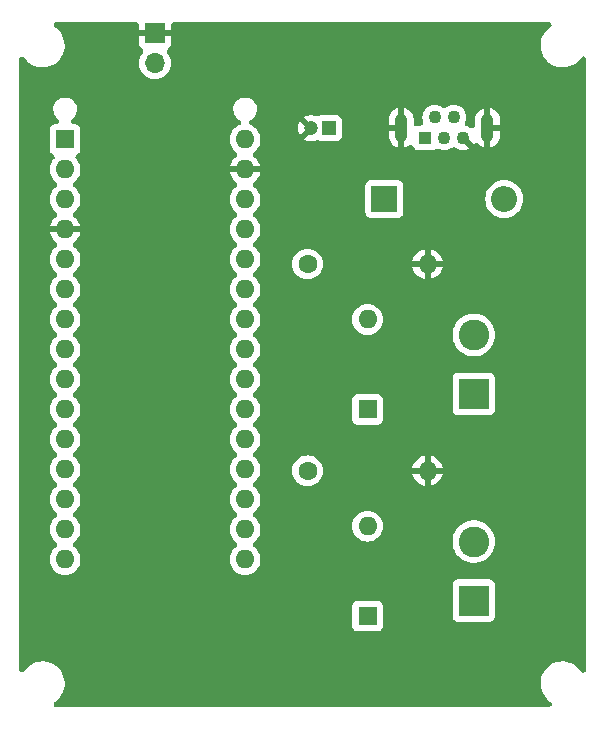
<source format=gbr>
%TF.GenerationSoftware,KiCad,Pcbnew,7.0.5*%
%TF.CreationDate,2023-08-09T22:54:17+08:00*%
%TF.ProjectId,taiko_vibrator,7461696b-6f5f-4766-9962-7261746f722e,rev?*%
%TF.SameCoordinates,PX4524320PY42c1d80*%
%TF.FileFunction,Copper,L2,Bot*%
%TF.FilePolarity,Positive*%
%FSLAX46Y46*%
G04 Gerber Fmt 4.6, Leading zero omitted, Abs format (unit mm)*
G04 Created by KiCad (PCBNEW 7.0.5) date 2023-08-09 22:54:17*
%MOMM*%
%LPD*%
G01*
G04 APERTURE LIST*
%TA.AperFunction,ComponentPad*%
%ADD10R,1.600000X1.600000*%
%TD*%
%TA.AperFunction,ComponentPad*%
%ADD11O,1.600000X1.600000*%
%TD*%
%TA.AperFunction,ComponentPad*%
%ADD12R,2.200000X2.200000*%
%TD*%
%TA.AperFunction,ComponentPad*%
%ADD13O,2.200000X2.200000*%
%TD*%
%TA.AperFunction,ComponentPad*%
%ADD14R,1.700000X1.700000*%
%TD*%
%TA.AperFunction,ComponentPad*%
%ADD15O,1.700000X1.700000*%
%TD*%
%TA.AperFunction,ComponentPad*%
%ADD16R,2.600000X2.600000*%
%TD*%
%TA.AperFunction,ComponentPad*%
%ADD17C,2.600000*%
%TD*%
%TA.AperFunction,ComponentPad*%
%ADD18R,1.200000X1.200000*%
%TD*%
%TA.AperFunction,ComponentPad*%
%ADD19C,1.200000*%
%TD*%
%TA.AperFunction,ComponentPad*%
%ADD20C,1.600000*%
%TD*%
%TA.AperFunction,ComponentPad*%
%ADD21R,1.100000X1.100000*%
%TD*%
%TA.AperFunction,ComponentPad*%
%ADD22C,1.100000*%
%TD*%
%TA.AperFunction,ComponentPad*%
%ADD23O,1.100000X2.400000*%
%TD*%
%TA.AperFunction,ViaPad*%
%ADD24C,0.800000*%
%TD*%
G04 APERTURE END LIST*
D10*
%TO.P,D3,1,K*%
%TO.N,+5V_USB*%
X5500000Y-21310000D03*
D11*
%TO.P,D3,2,A*%
%TO.N,Net-(D3-A)*%
X5500000Y-13690000D03*
%TD*%
D12*
%TO.P,D1,1,K*%
%TO.N,+5V_MCU*%
X6920000Y14000000D03*
D13*
%TO.P,D1,2,A*%
%TO.N,+5V_USB*%
X17080000Y14000000D03*
%TD*%
D10*
%TO.P,A1,1,D1/TX*%
%TO.N,/TX*%
X-20110000Y19050000D03*
D11*
%TO.P,A1,2,D0/RX*%
%TO.N,unconnected-(A1-D0{slash}RX-Pad2)*%
X-20110000Y16510000D03*
%TO.P,A1,3,~{RESET}*%
%TO.N,unconnected-(A1-~{RESET}-Pad3)*%
X-20110000Y13970000D03*
%TO.P,A1,4,GND*%
%TO.N,GND*%
X-20110000Y11430000D03*
%TO.P,A1,5,D2*%
%TO.N,unconnected-(A1-D2-Pad5)*%
X-20110000Y8890000D03*
%TO.P,A1,6,D3*%
%TO.N,unconnected-(A1-D3-Pad6)*%
X-20110000Y6350000D03*
%TO.P,A1,7,D4*%
%TO.N,unconnected-(A1-D4-Pad7)*%
X-20110000Y3810000D03*
%TO.P,A1,8,D5*%
%TO.N,unconnected-(A1-D5-Pad8)*%
X-20110000Y1270000D03*
%TO.P,A1,9,D6*%
%TO.N,unconnected-(A1-D6-Pad9)*%
X-20110000Y-1270000D03*
%TO.P,A1,10,D7*%
%TO.N,unconnected-(A1-D7-Pad10)*%
X-20110000Y-3810000D03*
%TO.P,A1,11,D8*%
%TO.N,unconnected-(A1-D8-Pad11)*%
X-20110000Y-6350000D03*
%TO.P,A1,12,D9*%
%TO.N,/PWM1*%
X-20110000Y-8890000D03*
%TO.P,A1,13,D10*%
%TO.N,/PWM2*%
X-20110000Y-11430000D03*
%TO.P,A1,14,D11*%
%TO.N,unconnected-(A1-D11-Pad14)*%
X-20110000Y-13970000D03*
%TO.P,A1,15,D12*%
%TO.N,unconnected-(A1-D12-Pad15)*%
X-20110000Y-16510000D03*
%TO.P,A1,16,D13*%
%TO.N,unconnected-(A1-D13-Pad16)*%
X-4870000Y-16510000D03*
%TO.P,A1,17,3V3*%
%TO.N,unconnected-(A1-3V3-Pad17)*%
X-4870000Y-13970000D03*
%TO.P,A1,18,AREF*%
%TO.N,unconnected-(A1-AREF-Pad18)*%
X-4870000Y-11430000D03*
%TO.P,A1,19,A0*%
%TO.N,unconnected-(A1-A0-Pad19)*%
X-4870000Y-8890000D03*
%TO.P,A1,20,A1*%
%TO.N,unconnected-(A1-A1-Pad20)*%
X-4870000Y-6350000D03*
%TO.P,A1,21,A2*%
%TO.N,unconnected-(A1-A2-Pad21)*%
X-4870000Y-3810000D03*
%TO.P,A1,22,A3*%
%TO.N,unconnected-(A1-A3-Pad22)*%
X-4870000Y-1270000D03*
%TO.P,A1,23,A4*%
%TO.N,unconnected-(A1-A4-Pad23)*%
X-4870000Y1270000D03*
%TO.P,A1,24,A5*%
%TO.N,unconnected-(A1-A5-Pad24)*%
X-4870000Y3810000D03*
%TO.P,A1,25,A6*%
%TO.N,unconnected-(A1-A6-Pad25)*%
X-4870000Y6350000D03*
%TO.P,A1,26,A7*%
%TO.N,unconnected-(A1-A7-Pad26)*%
X-4870000Y8890000D03*
%TO.P,A1,27,+5V*%
%TO.N,+5V_MCU*%
X-4870000Y11430000D03*
%TO.P,A1,28,~{RESET}*%
%TO.N,unconnected-(A1-~{RESET}-Pad28)*%
X-4870000Y13970000D03*
%TO.P,A1,29,GND*%
%TO.N,GND*%
X-4870000Y16510000D03*
%TO.P,A1,30,VIN*%
%TO.N,unconnected-(A1-VIN-Pad30)*%
X-4870000Y19050000D03*
%TD*%
D10*
%TO.P,D2,1,K*%
%TO.N,+5V_USB*%
X5500000Y-3810000D03*
D11*
%TO.P,D2,2,A*%
%TO.N,Net-(D2-A)*%
X5500000Y3810000D03*
%TD*%
D14*
%TO.P,J4,1,Pin_1*%
%TO.N,GND*%
X-12500000Y28040000D03*
D15*
%TO.P,J4,2,Pin_2*%
%TO.N,/TX*%
X-12500000Y25500000D03*
%TD*%
D16*
%TO.P,J3,1,Pin_1*%
%TO.N,+5V_USB*%
X14500000Y-20000000D03*
D17*
%TO.P,J3,2,Pin_2*%
%TO.N,Net-(D3-A)*%
X14500000Y-15000000D03*
%TD*%
D16*
%TO.P,J2,1,Pin_1*%
%TO.N,+5V_USB*%
X14500000Y-2500000D03*
D17*
%TO.P,J2,2,Pin_2*%
%TO.N,Net-(D2-A)*%
X14500000Y2500000D03*
%TD*%
D18*
%TO.P,C1,1*%
%TO.N,+5V_USB*%
X2222599Y20000000D03*
D19*
%TO.P,C1,2*%
%TO.N,GND*%
X722599Y20000000D03*
%TD*%
D20*
%TO.P,R2,1*%
%TO.N,/PWM2*%
X420000Y-9000000D03*
D11*
%TO.P,R2,2*%
%TO.N,GND*%
X10580000Y-9000000D03*
%TD*%
D21*
%TO.P,J1,1,VBUS*%
%TO.N,+5V_USB*%
X10400000Y19175000D03*
D22*
%TO.P,J1,2,D-*%
%TO.N,unconnected-(J1-D--Pad2)*%
X11200000Y20925000D03*
%TO.P,J1,3,D+*%
%TO.N,unconnected-(J1-D+-Pad3)*%
X12000000Y19175000D03*
%TO.P,J1,4,ID*%
%TO.N,unconnected-(J1-ID-Pad4)*%
X12800000Y20925000D03*
%TO.P,J1,5,GND*%
%TO.N,GND*%
X13600000Y19175000D03*
D23*
%TO.P,J1,6,Shield*%
X8350000Y20050000D03*
X15650000Y20050000D03*
%TD*%
D20*
%TO.P,R1,1*%
%TO.N,/PWM1*%
X420000Y8500000D03*
D11*
%TO.P,R1,2*%
%TO.N,GND*%
X10580000Y8500000D03*
%TD*%
D24*
%TO.N,GND*%
X-1000000Y-20000000D03*
X-1000000Y-2500000D03*
%TD*%
%TA.AperFunction,Conductor*%
%TO.N,GND*%
G36*
X-14003712Y28980546D02*
G01*
X-13922930Y28926570D01*
X-13868954Y28845788D01*
X-13850000Y28750500D01*
X-13850001Y28290002D01*
X-13849999Y28290000D01*
X-12933686Y28290000D01*
X-12959493Y28249844D01*
X-13000000Y28111889D01*
X-13000000Y27968111D01*
X-12959493Y27830156D01*
X-12933686Y27790000D01*
X-13849999Y27790000D01*
X-13850000Y27789999D01*
X-13850000Y27142168D01*
X-13843599Y27082629D01*
X-13843597Y27082622D01*
X-13793354Y26947913D01*
X-13707190Y26832813D01*
X-13707188Y26832811D01*
X-13577831Y26735974D01*
X-13580290Y26732690D01*
X-13531670Y26692048D01*
X-13486648Y26605954D01*
X-13478000Y26509185D01*
X-13507042Y26416472D01*
X-13534817Y26375785D01*
X-13538490Y26371408D01*
X-13674035Y26177831D01*
X-13674039Y26177823D01*
X-13773902Y25963667D01*
X-13773903Y25963665D01*
X-13835065Y25735402D01*
X-13855659Y25500006D01*
X-13855659Y25499995D01*
X-13835065Y25264599D01*
X-13814793Y25188940D01*
X-13773903Y25036337D01*
X-13674035Y24822170D01*
X-13538495Y24628599D01*
X-13371401Y24461505D01*
X-13177830Y24325965D01*
X-12963663Y24226097D01*
X-12735408Y24164937D01*
X-12735405Y24164937D01*
X-12735402Y24164936D01*
X-12500005Y24144341D01*
X-12500000Y24144341D01*
X-12499995Y24144341D01*
X-12264599Y24164936D01*
X-12264597Y24164937D01*
X-12264592Y24164937D01*
X-12036337Y24226097D01*
X-11822170Y24325965D01*
X-11628599Y24461505D01*
X-11461505Y24628599D01*
X-11325965Y24822170D01*
X-11226097Y25036337D01*
X-11164937Y25264592D01*
X-11164728Y25266980D01*
X-11144341Y25499995D01*
X-11144341Y25500006D01*
X-11164936Y25735402D01*
X-11164937Y25735405D01*
X-11164937Y25735408D01*
X-11226097Y25963663D01*
X-11325965Y26177829D01*
X-11461505Y26371401D01*
X-11461512Y26371408D01*
X-11465177Y26375777D01*
X-11467375Y26379783D01*
X-11467741Y26380306D01*
X-11467684Y26380347D01*
X-11511907Y26460955D01*
X-11522483Y26557533D01*
X-11495296Y26650806D01*
X-11434484Y26726576D01*
X-11421677Y26735317D01*
X-11422169Y26735974D01*
X-11292813Y26832811D01*
X-11292811Y26832813D01*
X-11206647Y26947913D01*
X-11156404Y27082622D01*
X-11156402Y27082629D01*
X-11150001Y27142168D01*
X-11150000Y27142176D01*
X-11150000Y27789999D01*
X-11150001Y27790000D01*
X-12066314Y27790000D01*
X-12040507Y27830156D01*
X-12000000Y27968111D01*
X-12000000Y28111889D01*
X-12040507Y28249844D01*
X-12066314Y28290000D01*
X-11150001Y28290000D01*
X-11150000Y28290001D01*
X-11150000Y28750500D01*
X-11131046Y28845788D01*
X-11077070Y28926570D01*
X-10996288Y28980546D01*
X-10901000Y28999500D01*
X20831870Y28999500D01*
X20927158Y28980546D01*
X21007940Y28926570D01*
X21061916Y28845788D01*
X21080870Y28750500D01*
X21061916Y28655212D01*
X21007940Y28574430D01*
X20982760Y28553866D01*
X20983426Y28553003D01*
X20761826Y28381892D01*
X20573811Y28186878D01*
X20416204Y27966584D01*
X20416199Y27966576D01*
X20292344Y27725677D01*
X20292343Y27725675D01*
X20204882Y27469310D01*
X20155681Y27202938D01*
X20155680Y27202927D01*
X20145788Y26932235D01*
X20145787Y26932232D01*
X20175413Y26662988D01*
X20175414Y26662982D01*
X20243928Y26400912D01*
X20338727Y26177831D01*
X20349869Y26151613D01*
X20349872Y26151606D01*
X20490976Y25920399D01*
X20490978Y25920395D01*
X20490982Y25920390D01*
X20490987Y25920384D01*
X20490990Y25920380D01*
X20664254Y25712181D01*
X20664255Y25712180D01*
X20769241Y25618112D01*
X20865996Y25531420D01*
X20865999Y25531417D01*
X21091903Y25381960D01*
X21091906Y25381959D01*
X21091910Y25381956D01*
X21337176Y25266980D01*
X21596569Y25188940D01*
X21864561Y25149500D01*
X21864567Y25149500D01*
X22067630Y25149500D01*
X22067631Y25149500D01*
X22270156Y25164323D01*
X22534553Y25223220D01*
X22787558Y25319986D01*
X22835817Y25347071D01*
X23023773Y25452556D01*
X23238173Y25618109D01*
X23238172Y25618109D01*
X23238177Y25618112D01*
X23426186Y25813119D01*
X23547991Y25983372D01*
X23618850Y26049839D01*
X23709752Y26084131D01*
X23806858Y26081026D01*
X23895383Y26040997D01*
X23961851Y25970138D01*
X23996143Y25879236D01*
X23999500Y25838488D01*
X23999500Y-25838091D01*
X23980546Y-25933379D01*
X23926570Y-26014161D01*
X23845788Y-26068137D01*
X23750500Y-26087091D01*
X23655212Y-26068137D01*
X23574430Y-26014161D01*
X23537956Y-25967806D01*
X23509023Y-25920398D01*
X23509022Y-25920397D01*
X23509018Y-25920390D01*
X23335745Y-25712180D01*
X23134002Y-25531418D01*
X23134000Y-25531416D01*
X22908096Y-25381959D01*
X22775900Y-25319988D01*
X22662824Y-25266980D01*
X22403431Y-25188940D01*
X22403427Y-25188939D01*
X22403426Y-25188939D01*
X22341715Y-25179857D01*
X22135439Y-25149500D01*
X21932369Y-25149500D01*
X21729844Y-25164323D01*
X21729840Y-25164323D01*
X21729837Y-25164324D01*
X21465442Y-25223221D01*
X21212436Y-25319988D01*
X20976226Y-25452555D01*
X20761826Y-25618108D01*
X20573811Y-25813122D01*
X20416204Y-26033416D01*
X20416199Y-26033424D01*
X20292344Y-26274323D01*
X20292343Y-26274325D01*
X20204882Y-26530690D01*
X20155681Y-26797062D01*
X20155680Y-26797073D01*
X20145788Y-27067765D01*
X20145787Y-27067768D01*
X20167048Y-27260987D01*
X20175414Y-27337018D01*
X20231954Y-27553285D01*
X20243928Y-27599088D01*
X20349869Y-27848387D01*
X20349872Y-27848394D01*
X20490976Y-28079601D01*
X20490978Y-28079605D01*
X20490982Y-28079610D01*
X20664255Y-28287820D01*
X20804924Y-28413860D01*
X20865996Y-28468580D01*
X20865999Y-28468583D01*
X20978231Y-28542835D01*
X21047243Y-28611220D01*
X21084831Y-28700809D01*
X21085275Y-28797963D01*
X21048505Y-28887891D01*
X20980120Y-28956903D01*
X20890531Y-28994491D01*
X20840840Y-28999500D01*
X-20831870Y-28999500D01*
X-20927158Y-28980546D01*
X-21007940Y-28926570D01*
X-21061916Y-28845788D01*
X-21080870Y-28750500D01*
X-21061916Y-28655212D01*
X-21007940Y-28574430D01*
X-20982761Y-28553865D01*
X-20983426Y-28553003D01*
X-20874094Y-28468580D01*
X-20761823Y-28381888D01*
X-20573814Y-28186881D01*
X-20416201Y-27966579D01*
X-20292344Y-27725675D01*
X-20204882Y-27469305D01*
X-20155681Y-27202933D01*
X-20145788Y-26932235D01*
X-20175414Y-26662982D01*
X-20243928Y-26400912D01*
X-20349870Y-26151610D01*
X-20349873Y-26151605D01*
X-20490977Y-25920398D01*
X-20490978Y-25920397D01*
X-20490982Y-25920390D01*
X-20664255Y-25712180D01*
X-20865998Y-25531418D01*
X-20866000Y-25531416D01*
X-21091904Y-25381959D01*
X-21224100Y-25319988D01*
X-21337176Y-25266980D01*
X-21596569Y-25188940D01*
X-21596573Y-25188939D01*
X-21596574Y-25188939D01*
X-21658285Y-25179857D01*
X-21864561Y-25149500D01*
X-22067631Y-25149500D01*
X-22270156Y-25164323D01*
X-22270160Y-25164323D01*
X-22270163Y-25164324D01*
X-22534558Y-25223221D01*
X-22787564Y-25319988D01*
X-23023774Y-25452555D01*
X-23238174Y-25618108D01*
X-23426186Y-25813119D01*
X-23547991Y-25983371D01*
X-23618851Y-26049839D01*
X-23709753Y-26084130D01*
X-23806858Y-26081025D01*
X-23895384Y-26040996D01*
X-23961852Y-25970136D01*
X-23996143Y-25879234D01*
X-23999500Y-25838487D01*
X-23999500Y-22157868D01*
X4199500Y-22157868D01*
X4199501Y-22157872D01*
X4201567Y-22177092D01*
X4205908Y-22217480D01*
X4205909Y-22217483D01*
X4256204Y-22352331D01*
X4342454Y-22467546D01*
X4457669Y-22553796D01*
X4592517Y-22604091D01*
X4652127Y-22610500D01*
X6347872Y-22610499D01*
X6407483Y-22604091D01*
X6542331Y-22553796D01*
X6657546Y-22467546D01*
X6743796Y-22352331D01*
X6794091Y-22217483D01*
X6800500Y-22157873D01*
X6800500Y-21347868D01*
X12699500Y-21347868D01*
X12699501Y-21347872D01*
X12701567Y-21367093D01*
X12705908Y-21407480D01*
X12705909Y-21407483D01*
X12756204Y-21542331D01*
X12842454Y-21657546D01*
X12957669Y-21743796D01*
X13092517Y-21794091D01*
X13152127Y-21800500D01*
X15847872Y-21800499D01*
X15907483Y-21794091D01*
X16042331Y-21743796D01*
X16157546Y-21657546D01*
X16243796Y-21542331D01*
X16294091Y-21407483D01*
X16300500Y-21347873D01*
X16300499Y-18652128D01*
X16294091Y-18592517D01*
X16243796Y-18457669D01*
X16157546Y-18342454D01*
X16042331Y-18256204D01*
X15962117Y-18226286D01*
X15907481Y-18205908D01*
X15847873Y-18199500D01*
X13152134Y-18199500D01*
X13152130Y-18199500D01*
X13152128Y-18199501D01*
X13139314Y-18200878D01*
X13092519Y-18205908D01*
X13092515Y-18205909D01*
X12957670Y-18256203D01*
X12842455Y-18342453D01*
X12842453Y-18342455D01*
X12756204Y-18457669D01*
X12705908Y-18592518D01*
X12699500Y-18652123D01*
X12699500Y-21347865D01*
X12699500Y-21347868D01*
X6800500Y-21347868D01*
X6800499Y-20462128D01*
X6794091Y-20402517D01*
X6743796Y-20267669D01*
X6657546Y-20152454D01*
X6542331Y-20066204D01*
X6462117Y-20036286D01*
X6407481Y-20015908D01*
X6347873Y-20009500D01*
X4652134Y-20009500D01*
X4652130Y-20009500D01*
X4652128Y-20009501D01*
X4639313Y-20010878D01*
X4592519Y-20015908D01*
X4592515Y-20015909D01*
X4457670Y-20066203D01*
X4342455Y-20152453D01*
X4342453Y-20152455D01*
X4256204Y-20267669D01*
X4205908Y-20402518D01*
X4199500Y-20462123D01*
X4199500Y-22157865D01*
X4199500Y-22157868D01*
X-23999500Y-22157868D01*
X-23999500Y-16510005D01*
X-21415468Y-16510005D01*
X-21395637Y-16736679D01*
X-21395635Y-16736694D01*
X-21336739Y-16956496D01*
X-21336738Y-16956499D01*
X-21240572Y-17162727D01*
X-21240564Y-17162741D01*
X-21110051Y-17349134D01*
X-21110047Y-17349139D01*
X-20949139Y-17510047D01*
X-20949136Y-17510049D01*
X-20949135Y-17510050D01*
X-20762742Y-17640563D01*
X-20762738Y-17640565D01*
X-20762734Y-17640568D01*
X-20556496Y-17736739D01*
X-20336692Y-17795635D01*
X-20317016Y-17797356D01*
X-20110006Y-17815468D01*
X-20110000Y-17815468D01*
X-20109994Y-17815468D01*
X-19930332Y-17799749D01*
X-19883308Y-17795635D01*
X-19663504Y-17736739D01*
X-19457266Y-17640568D01*
X-19270861Y-17510047D01*
X-19109953Y-17349139D01*
X-18979432Y-17162734D01*
X-18883261Y-16956496D01*
X-18824365Y-16736692D01*
X-18809226Y-16563651D01*
X-18804532Y-16510005D01*
X-6175468Y-16510005D01*
X-6155637Y-16736679D01*
X-6155635Y-16736694D01*
X-6096739Y-16956496D01*
X-6096738Y-16956499D01*
X-6000572Y-17162727D01*
X-6000564Y-17162741D01*
X-5870051Y-17349134D01*
X-5870047Y-17349139D01*
X-5709139Y-17510047D01*
X-5709136Y-17510049D01*
X-5709135Y-17510050D01*
X-5522742Y-17640563D01*
X-5522738Y-17640565D01*
X-5522734Y-17640568D01*
X-5316496Y-17736739D01*
X-5096692Y-17795635D01*
X-5077016Y-17797356D01*
X-4870006Y-17815468D01*
X-4870000Y-17815468D01*
X-4869994Y-17815468D01*
X-4690332Y-17799749D01*
X-4643308Y-17795635D01*
X-4423504Y-17736739D01*
X-4217266Y-17640568D01*
X-4030861Y-17510047D01*
X-3869953Y-17349139D01*
X-3739432Y-17162734D01*
X-3643261Y-16956496D01*
X-3584365Y-16736692D01*
X-3569226Y-16563651D01*
X-3564532Y-16510005D01*
X-3564532Y-16509994D01*
X-3584364Y-16283320D01*
X-3584365Y-16283308D01*
X-3643261Y-16063504D01*
X-3739432Y-15857266D01*
X-3739435Y-15857262D01*
X-3739437Y-15857258D01*
X-3869950Y-15670865D01*
X-3869951Y-15670864D01*
X-3869953Y-15670861D01*
X-4030861Y-15509953D01*
X-4030867Y-15509949D01*
X-4059439Y-15489942D01*
X-4125098Y-15443968D01*
X-4192281Y-15373789D01*
X-4227494Y-15283240D01*
X-4225375Y-15186108D01*
X-4186247Y-15097181D01*
X-4125098Y-15036031D01*
X-4073639Y-15000000D01*
X12694451Y-15000000D01*
X12714616Y-15269100D01*
X12774663Y-15532187D01*
X12774667Y-15532198D01*
X12873256Y-15783395D01*
X12873257Y-15783398D01*
X13008188Y-16017107D01*
X13176437Y-16228083D01*
X13176439Y-16228085D01*
X13374259Y-16411635D01*
X13597226Y-16563651D01*
X13840359Y-16680738D01*
X14098228Y-16760280D01*
X14365071Y-16800500D01*
X14365074Y-16800500D01*
X14634926Y-16800500D01*
X14634929Y-16800500D01*
X14901772Y-16760280D01*
X15159641Y-16680738D01*
X15402775Y-16563651D01*
X15625741Y-16411635D01*
X15823561Y-16228085D01*
X15991815Y-16017102D01*
X16126743Y-15783398D01*
X16225334Y-15532195D01*
X16285383Y-15269103D01*
X16305549Y-15000000D01*
X16285383Y-14730897D01*
X16225334Y-14467805D01*
X16126743Y-14216602D01*
X15991815Y-13982898D01*
X15991813Y-13982895D01*
X15991811Y-13982892D01*
X15823562Y-13771916D01*
X15625738Y-13588362D01*
X15402778Y-13436350D01*
X15402773Y-13436348D01*
X15159649Y-13319265D01*
X15159644Y-13319263D01*
X15159641Y-13319262D01*
X14901772Y-13239720D01*
X14634929Y-13199500D01*
X14365071Y-13199500D01*
X14164938Y-13229665D01*
X14098227Y-13239720D01*
X13924439Y-13293326D01*
X13846811Y-13317272D01*
X13840353Y-13319264D01*
X13597227Y-13436348D01*
X13374257Y-13588366D01*
X13176437Y-13771916D01*
X13008189Y-13982892D01*
X13008188Y-13982892D01*
X12873257Y-14216601D01*
X12873256Y-14216604D01*
X12774667Y-14467801D01*
X12774663Y-14467812D01*
X12714616Y-14730899D01*
X12694451Y-15000000D01*
X-4073639Y-15000000D01*
X-4030861Y-14970047D01*
X-3869953Y-14809139D01*
X-3739432Y-14622734D01*
X-3643261Y-14416496D01*
X-3584365Y-14196692D01*
X-3564532Y-13970000D01*
X-3564532Y-13969994D01*
X-3584364Y-13743320D01*
X-3584365Y-13743308D01*
X-3598647Y-13690005D01*
X4194532Y-13690005D01*
X4214363Y-13916679D01*
X4214365Y-13916694D01*
X4273261Y-14136496D01*
X4273262Y-14136499D01*
X4369428Y-14342727D01*
X4369436Y-14342741D01*
X4499949Y-14529134D01*
X4499953Y-14529139D01*
X4660861Y-14690047D01*
X4660864Y-14690049D01*
X4660865Y-14690050D01*
X4847258Y-14820563D01*
X4847262Y-14820565D01*
X4847266Y-14820568D01*
X5053504Y-14916739D01*
X5273308Y-14975635D01*
X5292984Y-14977356D01*
X5499994Y-14995468D01*
X5500000Y-14995468D01*
X5500006Y-14995468D01*
X5679668Y-14979749D01*
X5726692Y-14975635D01*
X5946496Y-14916739D01*
X6152734Y-14820568D01*
X6339139Y-14690047D01*
X6500047Y-14529139D01*
X6630568Y-14342734D01*
X6726739Y-14136496D01*
X6785635Y-13916692D01*
X6790375Y-13862512D01*
X6805468Y-13690005D01*
X6805468Y-13689994D01*
X6785636Y-13463320D01*
X6785635Y-13463308D01*
X6726739Y-13243504D01*
X6630568Y-13037266D01*
X6630565Y-13037262D01*
X6630563Y-13037258D01*
X6500050Y-12850865D01*
X6500049Y-12850864D01*
X6500047Y-12850861D01*
X6339139Y-12689953D01*
X6339135Y-12689950D01*
X6339134Y-12689949D01*
X6152741Y-12559436D01*
X6152727Y-12559428D01*
X5946499Y-12463262D01*
X5946496Y-12463261D01*
X5726694Y-12404365D01*
X5726679Y-12404363D01*
X5500006Y-12384532D01*
X5499994Y-12384532D01*
X5273320Y-12404363D01*
X5273305Y-12404365D01*
X5053503Y-12463261D01*
X5053500Y-12463262D01*
X4847272Y-12559428D01*
X4847258Y-12559436D01*
X4660865Y-12689949D01*
X4499949Y-12850865D01*
X4369436Y-13037258D01*
X4369428Y-13037272D01*
X4273262Y-13243500D01*
X4273261Y-13243503D01*
X4214365Y-13463305D01*
X4214363Y-13463320D01*
X4194532Y-13689994D01*
X4194532Y-13690005D01*
X-3598647Y-13690005D01*
X-3643261Y-13523504D01*
X-3739432Y-13317266D01*
X-3739435Y-13317262D01*
X-3739437Y-13317258D01*
X-3869950Y-13130865D01*
X-3869951Y-13130864D01*
X-3869953Y-13130861D01*
X-4030861Y-12969953D01*
X-4030867Y-12969949D01*
X-4059439Y-12949942D01*
X-4125098Y-12903968D01*
X-4192281Y-12833789D01*
X-4227494Y-12743240D01*
X-4225375Y-12646108D01*
X-4186247Y-12557181D01*
X-4125098Y-12496031D01*
X-4030861Y-12430047D01*
X-3869953Y-12269139D01*
X-3739432Y-12082734D01*
X-3643261Y-11876496D01*
X-3584365Y-11656692D01*
X-3564532Y-11430000D01*
X-3564532Y-11429994D01*
X-3584364Y-11203320D01*
X-3584365Y-11203308D01*
X-3643261Y-10983504D01*
X-3739432Y-10777266D01*
X-3739435Y-10777262D01*
X-3739437Y-10777258D01*
X-3869950Y-10590865D01*
X-3869951Y-10590864D01*
X-3869953Y-10590861D01*
X-4030861Y-10429953D01*
X-4030867Y-10429949D01*
X-4059439Y-10409942D01*
X-4125098Y-10363968D01*
X-4192281Y-10293789D01*
X-4227494Y-10203240D01*
X-4225375Y-10106108D01*
X-4186247Y-10017181D01*
X-4125098Y-9956031D01*
X-4030861Y-9890047D01*
X-3869953Y-9729139D01*
X-3739432Y-9542734D01*
X-3643261Y-9336496D01*
X-3584365Y-9116692D01*
X-3574156Y-9000005D01*
X-885468Y-9000005D01*
X-865637Y-9226679D01*
X-865635Y-9226694D01*
X-806739Y-9446496D01*
X-806738Y-9446499D01*
X-710572Y-9652727D01*
X-710564Y-9652741D01*
X-580276Y-9838812D01*
X-580047Y-9839139D01*
X-419139Y-10000047D01*
X-419136Y-10000049D01*
X-419135Y-10000050D01*
X-232742Y-10130563D01*
X-232738Y-10130565D01*
X-232734Y-10130568D01*
X-232730Y-10130569D01*
X-232728Y-10130571D01*
X-108992Y-10188270D01*
X-26496Y-10226739D01*
X193308Y-10285635D01*
X212984Y-10287356D01*
X419994Y-10305468D01*
X420000Y-10305468D01*
X420006Y-10305468D01*
X599668Y-10289749D01*
X646692Y-10285635D01*
X866496Y-10226739D01*
X1072734Y-10130568D01*
X1259139Y-10000047D01*
X1420047Y-9839139D01*
X1550568Y-9652734D01*
X1646739Y-9446496D01*
X1699390Y-9250000D01*
X9301128Y-9250000D01*
X9353732Y-9446323D01*
X9449866Y-9652483D01*
X9580335Y-9838812D01*
X9741187Y-9999664D01*
X9927516Y-10130133D01*
X10133676Y-10226267D01*
X10329999Y-10278871D01*
X10330000Y-10278871D01*
X10330000Y-9315686D01*
X10341955Y-9327641D01*
X10454852Y-9385165D01*
X10548519Y-9400000D01*
X10611481Y-9400000D01*
X10705148Y-9385165D01*
X10818045Y-9327641D01*
X10830000Y-9315686D01*
X10830000Y-10278871D01*
X11026323Y-10226267D01*
X11232483Y-10130133D01*
X11418812Y-9999664D01*
X11579664Y-9838812D01*
X11710133Y-9652483D01*
X11806267Y-9446323D01*
X11858872Y-9250000D01*
X10895686Y-9250000D01*
X10907641Y-9238045D01*
X10965165Y-9125148D01*
X10984986Y-9000000D01*
X10965165Y-8874852D01*
X10907641Y-8761955D01*
X10895686Y-8750000D01*
X11858872Y-8750000D01*
X11858871Y-8749999D01*
X11806267Y-8553676D01*
X11710133Y-8347516D01*
X11579664Y-8161187D01*
X11418812Y-8000335D01*
X11232483Y-7869866D01*
X11026318Y-7773730D01*
X10830000Y-7721126D01*
X10830000Y-8684314D01*
X10818045Y-8672359D01*
X10705148Y-8614835D01*
X10611481Y-8600000D01*
X10548519Y-8600000D01*
X10454852Y-8614835D01*
X10341955Y-8672359D01*
X10330000Y-8684314D01*
X10330000Y-7721127D01*
X10329999Y-7721126D01*
X10133681Y-7773730D01*
X9927516Y-7869866D01*
X9741187Y-8000335D01*
X9580335Y-8161187D01*
X9449866Y-8347516D01*
X9353732Y-8553676D01*
X9301128Y-8749999D01*
X9301128Y-8750000D01*
X10264314Y-8750000D01*
X10252359Y-8761955D01*
X10194835Y-8874852D01*
X10175014Y-9000000D01*
X10194835Y-9125148D01*
X10252359Y-9238045D01*
X10264314Y-9250000D01*
X9301128Y-9250000D01*
X1699390Y-9250000D01*
X1705635Y-9226692D01*
X1725468Y-9000000D01*
X1725468Y-8999994D01*
X1705636Y-8773320D01*
X1705635Y-8773308D01*
X1646739Y-8553504D01*
X1550568Y-8347266D01*
X1550565Y-8347262D01*
X1550563Y-8347258D01*
X1420050Y-8160865D01*
X1420049Y-8160864D01*
X1420047Y-8160861D01*
X1259139Y-7999953D01*
X1259135Y-7999950D01*
X1259134Y-7999949D01*
X1072741Y-7869436D01*
X1072727Y-7869428D01*
X866499Y-7773262D01*
X866496Y-7773261D01*
X646694Y-7714365D01*
X646679Y-7714363D01*
X420006Y-7694532D01*
X419994Y-7694532D01*
X193320Y-7714363D01*
X193305Y-7714365D01*
X-26497Y-7773261D01*
X-26500Y-7773262D01*
X-232728Y-7869428D01*
X-232742Y-7869436D01*
X-419135Y-7999949D01*
X-580051Y-8160865D01*
X-710564Y-8347258D01*
X-710572Y-8347272D01*
X-806738Y-8553500D01*
X-806739Y-8553503D01*
X-865635Y-8773305D01*
X-865637Y-8773320D01*
X-885468Y-8999994D01*
X-885468Y-9000005D01*
X-3574156Y-9000005D01*
X-3564532Y-8890000D01*
X-3564532Y-8889994D01*
X-3584364Y-8663320D01*
X-3584365Y-8663308D01*
X-3643261Y-8443504D01*
X-3739432Y-8237266D01*
X-3739435Y-8237262D01*
X-3739437Y-8237258D01*
X-3869950Y-8050865D01*
X-3869951Y-8050864D01*
X-3869953Y-8050861D01*
X-4030861Y-7889953D01*
X-4030867Y-7889949D01*
X-4060174Y-7869428D01*
X-4125098Y-7823968D01*
X-4192281Y-7753789D01*
X-4227494Y-7663240D01*
X-4225375Y-7566108D01*
X-4186247Y-7477181D01*
X-4125098Y-7416031D01*
X-4030861Y-7350047D01*
X-3869953Y-7189139D01*
X-3739432Y-7002734D01*
X-3643261Y-6796496D01*
X-3584365Y-6576692D01*
X-3564532Y-6350000D01*
X-3564532Y-6349994D01*
X-3584364Y-6123320D01*
X-3584365Y-6123308D01*
X-3643261Y-5903504D01*
X-3739432Y-5697266D01*
X-3739435Y-5697262D01*
X-3739437Y-5697258D01*
X-3869950Y-5510865D01*
X-3869951Y-5510864D01*
X-3869953Y-5510861D01*
X-4030861Y-5349953D01*
X-4030867Y-5349949D01*
X-4059439Y-5329942D01*
X-4125098Y-5283968D01*
X-4192281Y-5213789D01*
X-4227494Y-5123240D01*
X-4225375Y-5026108D01*
X-4186247Y-4937181D01*
X-4125098Y-4876031D01*
X-4030861Y-4810047D01*
X-3878682Y-4657868D01*
X4199500Y-4657868D01*
X4199501Y-4657872D01*
X4201567Y-4677092D01*
X4205908Y-4717480D01*
X4205909Y-4717483D01*
X4256204Y-4852331D01*
X4342454Y-4967546D01*
X4457669Y-5053796D01*
X4592517Y-5104091D01*
X4652127Y-5110500D01*
X6347872Y-5110499D01*
X6407483Y-5104091D01*
X6542331Y-5053796D01*
X6657546Y-4967546D01*
X6743796Y-4852331D01*
X6794091Y-4717483D01*
X6800500Y-4657873D01*
X6800500Y-3847868D01*
X12699500Y-3847868D01*
X12699501Y-3847872D01*
X12701567Y-3867093D01*
X12705908Y-3907480D01*
X12705909Y-3907484D01*
X12756203Y-4042329D01*
X12756204Y-4042331D01*
X12842454Y-4157546D01*
X12957669Y-4243796D01*
X13092517Y-4294091D01*
X13152127Y-4300500D01*
X15847872Y-4300499D01*
X15907483Y-4294091D01*
X16042331Y-4243796D01*
X16157546Y-4157546D01*
X16243796Y-4042331D01*
X16294091Y-3907483D01*
X16300500Y-3847873D01*
X16300499Y-1152128D01*
X16294091Y-1092517D01*
X16243796Y-957669D01*
X16157546Y-842454D01*
X16042331Y-756204D01*
X15962117Y-726286D01*
X15907481Y-705908D01*
X15847873Y-699500D01*
X13152134Y-699500D01*
X13152130Y-699500D01*
X13152128Y-699501D01*
X13139313Y-700878D01*
X13092519Y-705908D01*
X13092515Y-705909D01*
X12957670Y-756203D01*
X12842455Y-842453D01*
X12842453Y-842455D01*
X12756204Y-957669D01*
X12705908Y-1092518D01*
X12699500Y-1152123D01*
X12699500Y-3847865D01*
X12699500Y-3847868D01*
X6800500Y-3847868D01*
X6800499Y-2962128D01*
X6794091Y-2902517D01*
X6743796Y-2767669D01*
X6657546Y-2652454D01*
X6542331Y-2566204D01*
X6462117Y-2536286D01*
X6407481Y-2515908D01*
X6347873Y-2509500D01*
X4652134Y-2509500D01*
X4652130Y-2509500D01*
X4652128Y-2509501D01*
X4639314Y-2510878D01*
X4592519Y-2515908D01*
X4592515Y-2515909D01*
X4457670Y-2566203D01*
X4342455Y-2652453D01*
X4342453Y-2652455D01*
X4256204Y-2767669D01*
X4205908Y-2902518D01*
X4199500Y-2962123D01*
X4199500Y-4657865D01*
X4199500Y-4657868D01*
X-3878682Y-4657868D01*
X-3869953Y-4649139D01*
X-3739432Y-4462734D01*
X-3643261Y-4256496D01*
X-3584365Y-4036692D01*
X-3573061Y-3907484D01*
X-3564532Y-3810005D01*
X-3564532Y-3809994D01*
X-3584364Y-3583320D01*
X-3584365Y-3583308D01*
X-3643261Y-3363504D01*
X-3739432Y-3157266D01*
X-3739435Y-3157262D01*
X-3739437Y-3157258D01*
X-3869950Y-2970865D01*
X-3869951Y-2970864D01*
X-3869953Y-2970861D01*
X-4030861Y-2809953D01*
X-4030867Y-2809949D01*
X-4091248Y-2767670D01*
X-4125098Y-2743968D01*
X-4192281Y-2673789D01*
X-4227494Y-2583240D01*
X-4225375Y-2486108D01*
X-4186247Y-2397181D01*
X-4125098Y-2336031D01*
X-4030861Y-2270047D01*
X-3869953Y-2109139D01*
X-3739432Y-1922734D01*
X-3643261Y-1716496D01*
X-3584365Y-1496692D01*
X-3564532Y-1270000D01*
X-3564532Y-1269994D01*
X-3584364Y-1043320D01*
X-3584365Y-1043308D01*
X-3643261Y-823504D01*
X-3739432Y-617266D01*
X-3739435Y-617262D01*
X-3739437Y-617258D01*
X-3869950Y-430865D01*
X-3869951Y-430864D01*
X-3869953Y-430861D01*
X-4030861Y-269953D01*
X-4030867Y-269949D01*
X-4059439Y-249942D01*
X-4125098Y-203968D01*
X-4192281Y-133789D01*
X-4227494Y-43240D01*
X-4225375Y53892D01*
X-4186247Y142819D01*
X-4125098Y203969D01*
X-4030861Y269953D01*
X-3869953Y430861D01*
X-3739432Y617266D01*
X-3643261Y823504D01*
X-3584365Y1043308D01*
X-3564532Y1270000D01*
X-3564532Y1270006D01*
X-3584364Y1496680D01*
X-3584365Y1496692D01*
X-3643261Y1716496D01*
X-3739432Y1922734D01*
X-3739435Y1922738D01*
X-3739437Y1922742D01*
X-3869950Y2109135D01*
X-3869951Y2109136D01*
X-3869953Y2109139D01*
X-4030861Y2270047D01*
X-4030867Y2270051D01*
X-4059439Y2290058D01*
X-4125098Y2336032D01*
X-4192281Y2406211D01*
X-4227494Y2496760D01*
X-4227423Y2500001D01*
X12694451Y2500001D01*
X12714616Y2230900D01*
X12774663Y1967813D01*
X12774667Y1967802D01*
X12873256Y1716605D01*
X12873257Y1716602D01*
X13008188Y1482893D01*
X13176437Y1271917D01*
X13176439Y1271915D01*
X13374259Y1088365D01*
X13597226Y936349D01*
X13840359Y819262D01*
X14098228Y739720D01*
X14365071Y699500D01*
X14365074Y699500D01*
X14634926Y699500D01*
X14634929Y699500D01*
X14901772Y739720D01*
X15159641Y819262D01*
X15402775Y936349D01*
X15625741Y1088365D01*
X15823561Y1271915D01*
X15991815Y1482898D01*
X16126743Y1716602D01*
X16225334Y1967805D01*
X16285383Y2230897D01*
X16305549Y2500000D01*
X16285383Y2769103D01*
X16225334Y3032195D01*
X16126743Y3283398D01*
X15991815Y3517102D01*
X15991813Y3517105D01*
X15991811Y3517108D01*
X15823562Y3728084D01*
X15625738Y3911638D01*
X15402778Y4063650D01*
X15402773Y4063652D01*
X15159649Y4180735D01*
X15159644Y4180737D01*
X15159641Y4180738D01*
X14901772Y4260280D01*
X14634929Y4300500D01*
X14365071Y4300500D01*
X14164938Y4270335D01*
X14098227Y4260280D01*
X13840353Y4180736D01*
X13597227Y4063652D01*
X13374257Y3911634D01*
X13176437Y3728084D01*
X13008189Y3517108D01*
X13008188Y3517108D01*
X12873257Y3283399D01*
X12873256Y3283396D01*
X12774667Y3032199D01*
X12774663Y3032188D01*
X12714616Y2769101D01*
X12694451Y2500001D01*
X-4227423Y2500001D01*
X-4225375Y2593892D01*
X-4186247Y2682819D01*
X-4125098Y2743969D01*
X-4030861Y2809953D01*
X-3869953Y2970861D01*
X-3739432Y3157266D01*
X-3643261Y3363504D01*
X-3584365Y3583308D01*
X-3579625Y3637488D01*
X-3564532Y3809995D01*
X4194532Y3809995D01*
X4214363Y3583321D01*
X4214365Y3583306D01*
X4273261Y3363504D01*
X4273262Y3363501D01*
X4369428Y3157273D01*
X4369436Y3157259D01*
X4499949Y2970866D01*
X4499953Y2970861D01*
X4660861Y2809953D01*
X4660864Y2809951D01*
X4660865Y2809950D01*
X4847258Y2679437D01*
X4847262Y2679435D01*
X4847266Y2679432D01*
X4847270Y2679431D01*
X4847272Y2679429D01*
X4971008Y2621730D01*
X5053504Y2583261D01*
X5273308Y2524365D01*
X5292984Y2522644D01*
X5499994Y2504532D01*
X5500000Y2504532D01*
X5500006Y2504532D01*
X5679668Y2520251D01*
X5726692Y2524365D01*
X5946496Y2583261D01*
X6152734Y2679432D01*
X6339139Y2809953D01*
X6500047Y2970861D01*
X6630568Y3157266D01*
X6726739Y3363504D01*
X6785635Y3583308D01*
X6790375Y3637488D01*
X6805468Y3809995D01*
X6805468Y3810006D01*
X6785636Y4036680D01*
X6785635Y4036692D01*
X6726739Y4256496D01*
X6630568Y4462734D01*
X6630565Y4462738D01*
X6630563Y4462742D01*
X6500050Y4649135D01*
X6500049Y4649136D01*
X6500047Y4649139D01*
X6339139Y4810047D01*
X6339135Y4810050D01*
X6339134Y4810051D01*
X6152741Y4940564D01*
X6152727Y4940572D01*
X5946499Y5036738D01*
X5946496Y5036739D01*
X5726694Y5095635D01*
X5726679Y5095637D01*
X5500006Y5115468D01*
X5499994Y5115468D01*
X5273320Y5095637D01*
X5273305Y5095635D01*
X5053503Y5036739D01*
X5053500Y5036738D01*
X4847272Y4940572D01*
X4847258Y4940564D01*
X4660865Y4810051D01*
X4499949Y4649135D01*
X4369436Y4462742D01*
X4369428Y4462728D01*
X4273262Y4256500D01*
X4273261Y4256497D01*
X4214365Y4036695D01*
X4214363Y4036680D01*
X4194532Y3810006D01*
X4194532Y3809995D01*
X-3564532Y3809995D01*
X-3564532Y3810006D01*
X-3584364Y4036680D01*
X-3584365Y4036692D01*
X-3643261Y4256496D01*
X-3739432Y4462734D01*
X-3739435Y4462738D01*
X-3739437Y4462742D01*
X-3869950Y4649135D01*
X-3869951Y4649136D01*
X-3869953Y4649139D01*
X-4030861Y4810047D01*
X-4030867Y4810051D01*
X-4059439Y4830058D01*
X-4125098Y4876032D01*
X-4192281Y4946211D01*
X-4227494Y5036760D01*
X-4225375Y5133892D01*
X-4186247Y5222819D01*
X-4125098Y5283969D01*
X-4030861Y5349953D01*
X-3869953Y5510861D01*
X-3739432Y5697266D01*
X-3643261Y5903504D01*
X-3584365Y6123308D01*
X-3564532Y6350000D01*
X-3564532Y6350006D01*
X-3584364Y6576680D01*
X-3584365Y6576692D01*
X-3643261Y6796496D01*
X-3739432Y7002734D01*
X-3739435Y7002738D01*
X-3739437Y7002742D01*
X-3869950Y7189135D01*
X-3869951Y7189136D01*
X-3869953Y7189139D01*
X-4030861Y7350047D01*
X-4030867Y7350051D01*
X-4059439Y7370058D01*
X-4125098Y7416032D01*
X-4192281Y7486211D01*
X-4227494Y7576760D01*
X-4225375Y7673892D01*
X-4186247Y7762819D01*
X-4125098Y7823969D01*
X-4030861Y7889953D01*
X-3869953Y8050861D01*
X-3739432Y8237266D01*
X-3643261Y8443504D01*
X-3628124Y8499995D01*
X-885468Y8499995D01*
X-865637Y8273321D01*
X-865635Y8273306D01*
X-806739Y8053504D01*
X-806738Y8053501D01*
X-710572Y7847273D01*
X-710564Y7847259D01*
X-580276Y7661188D01*
X-580047Y7660861D01*
X-419139Y7499953D01*
X-419136Y7499951D01*
X-419135Y7499950D01*
X-232742Y7369437D01*
X-232738Y7369435D01*
X-232734Y7369432D01*
X-232730Y7369431D01*
X-232728Y7369429D01*
X-191163Y7350047D01*
X-26496Y7273261D01*
X193308Y7214365D01*
X212984Y7212644D01*
X419994Y7194532D01*
X420000Y7194532D01*
X420006Y7194532D01*
X599668Y7210251D01*
X646692Y7214365D01*
X866496Y7273261D01*
X1072734Y7369432D01*
X1259139Y7499953D01*
X1420047Y7660861D01*
X1550568Y7847266D01*
X1646739Y8053504D01*
X1699390Y8250000D01*
X9301128Y8250000D01*
X9353732Y8053677D01*
X9449866Y7847517D01*
X9580335Y7661188D01*
X9741187Y7500336D01*
X9927516Y7369867D01*
X10133676Y7273733D01*
X10329999Y7221129D01*
X10330000Y7221129D01*
X10330000Y8184314D01*
X10341955Y8172359D01*
X10454852Y8114835D01*
X10548519Y8100000D01*
X10611481Y8100000D01*
X10705148Y8114835D01*
X10818045Y8172359D01*
X10830000Y8184314D01*
X10830000Y7221129D01*
X11026323Y7273733D01*
X11232483Y7369867D01*
X11418812Y7500336D01*
X11579664Y7661188D01*
X11710133Y7847517D01*
X11806267Y8053677D01*
X11858872Y8250000D01*
X10895686Y8250000D01*
X10907641Y8261955D01*
X10965165Y8374852D01*
X10984986Y8500000D01*
X10965165Y8625148D01*
X10907641Y8738045D01*
X10895686Y8750000D01*
X11858872Y8750000D01*
X11858871Y8750001D01*
X11806267Y8946324D01*
X11710133Y9152484D01*
X11579664Y9338813D01*
X11418812Y9499665D01*
X11232483Y9630134D01*
X11026318Y9726270D01*
X10830000Y9778874D01*
X10830000Y8815686D01*
X10818045Y8827641D01*
X10705148Y8885165D01*
X10611481Y8900000D01*
X10548519Y8900000D01*
X10454852Y8885165D01*
X10341955Y8827641D01*
X10330000Y8815686D01*
X10330000Y9778873D01*
X10329999Y9778874D01*
X10133681Y9726270D01*
X9927516Y9630134D01*
X9741187Y9499665D01*
X9580335Y9338813D01*
X9449866Y9152484D01*
X9353732Y8946324D01*
X9301128Y8750001D01*
X9301128Y8750000D01*
X10264314Y8750000D01*
X10252359Y8738045D01*
X10194835Y8625148D01*
X10175014Y8500000D01*
X10194835Y8374852D01*
X10252359Y8261955D01*
X10264314Y8250000D01*
X9301128Y8250000D01*
X1699390Y8250000D01*
X1705635Y8273308D01*
X1720525Y8443501D01*
X1725468Y8499995D01*
X1725468Y8500006D01*
X1705636Y8726680D01*
X1705635Y8726692D01*
X1646739Y8946496D01*
X1608270Y9028992D01*
X1550571Y9152728D01*
X1550563Y9152742D01*
X1420050Y9339135D01*
X1420049Y9339136D01*
X1420047Y9339139D01*
X1259139Y9500047D01*
X1259135Y9500050D01*
X1259134Y9500051D01*
X1072741Y9630564D01*
X1072727Y9630572D01*
X866499Y9726738D01*
X866496Y9726739D01*
X646694Y9785635D01*
X646679Y9785637D01*
X420006Y9805468D01*
X419994Y9805468D01*
X193320Y9785637D01*
X193305Y9785635D01*
X-26497Y9726739D01*
X-26500Y9726738D01*
X-232728Y9630572D01*
X-232742Y9630564D01*
X-419135Y9500051D01*
X-580051Y9339135D01*
X-710564Y9152742D01*
X-710572Y9152728D01*
X-806738Y8946500D01*
X-806739Y8946497D01*
X-865635Y8726695D01*
X-865637Y8726680D01*
X-885468Y8500006D01*
X-885468Y8499995D01*
X-3628124Y8499995D01*
X-3584365Y8663308D01*
X-3576780Y8750002D01*
X-3564532Y8889995D01*
X-3564532Y8890006D01*
X-3584364Y9116680D01*
X-3584365Y9116692D01*
X-3643261Y9336496D01*
X-3719348Y9499665D01*
X-3739429Y9542728D01*
X-3739437Y9542742D01*
X-3869950Y9729135D01*
X-3869951Y9729136D01*
X-3869953Y9729139D01*
X-4030861Y9890047D01*
X-4030867Y9890051D01*
X-4059439Y9910058D01*
X-4125098Y9956032D01*
X-4192281Y10026211D01*
X-4227494Y10116760D01*
X-4225375Y10213892D01*
X-4186247Y10302819D01*
X-4125098Y10363969D01*
X-4030861Y10429953D01*
X-3869953Y10590861D01*
X-3739432Y10777266D01*
X-3643261Y10983504D01*
X-3584365Y11203308D01*
X-3564532Y11430000D01*
X-3564532Y11430006D01*
X-3584364Y11656680D01*
X-3584365Y11656692D01*
X-3643261Y11876496D01*
X-3739432Y12082734D01*
X-3739435Y12082738D01*
X-3739437Y12082742D01*
X-3869950Y12269135D01*
X-3869951Y12269136D01*
X-3869953Y12269139D01*
X-4030861Y12430047D01*
X-4030867Y12430051D01*
X-4068219Y12456205D01*
X-4125098Y12496032D01*
X-4192281Y12566211D01*
X-4227494Y12656760D01*
X-4225375Y12753892D01*
X-4186247Y12842819D01*
X-4176934Y12852132D01*
X5319500Y12852132D01*
X5319501Y12852128D01*
X5321505Y12833484D01*
X5325908Y12792520D01*
X5325909Y12792516D01*
X5366247Y12684365D01*
X5376204Y12657669D01*
X5462454Y12542454D01*
X5577669Y12456204D01*
X5712517Y12405909D01*
X5772127Y12399500D01*
X8067872Y12399501D01*
X8127483Y12405909D01*
X8262331Y12456204D01*
X8377546Y12542454D01*
X8463796Y12657669D01*
X8514091Y12792517D01*
X8520500Y12852127D01*
X8520500Y13999995D01*
X15474551Y13999995D01*
X15494316Y13748855D01*
X15553126Y13503892D01*
X15553129Y13503884D01*
X15649533Y13271142D01*
X15649537Y13271136D01*
X15781158Y13056348D01*
X15781160Y13056346D01*
X15781163Y13056343D01*
X15781164Y13056341D01*
X15944776Y12864776D01*
X16136341Y12701164D01*
X16136345Y12701161D01*
X16136347Y12701159D01*
X16308971Y12595376D01*
X16351141Y12569534D01*
X16583889Y12473127D01*
X16828852Y12414317D01*
X16900608Y12408670D01*
X17079995Y12394551D01*
X17080000Y12394551D01*
X17080005Y12394551D01*
X17236967Y12406905D01*
X17331148Y12414317D01*
X17576111Y12473127D01*
X17808859Y12569534D01*
X17951164Y12656739D01*
X18023652Y12701159D01*
X18023654Y12701161D01*
X18023653Y12701161D01*
X18023659Y12701164D01*
X18215224Y12864776D01*
X18378836Y13056341D01*
X18378839Y13056347D01*
X18378841Y13056348D01*
X18435633Y13149026D01*
X18510466Y13271141D01*
X18606873Y13503889D01*
X18665683Y13748852D01*
X18683088Y13970000D01*
X18685449Y13999995D01*
X18685449Y14000006D01*
X18665683Y14251146D01*
X18625987Y14416496D01*
X18606873Y14496111D01*
X18510466Y14728859D01*
X18461270Y14809139D01*
X18378841Y14943653D01*
X18378839Y14943655D01*
X18378836Y14943659D01*
X18215224Y15135224D01*
X18023659Y15298836D01*
X18023657Y15298837D01*
X18023654Y15298840D01*
X18023652Y15298842D01*
X17808864Y15430463D01*
X17808858Y15430467D01*
X17576116Y15526871D01*
X17576108Y15526874D01*
X17331145Y15585684D01*
X17080005Y15605449D01*
X17079995Y15605449D01*
X16828854Y15585684D01*
X16583891Y15526874D01*
X16583883Y15526871D01*
X16351141Y15430467D01*
X16351135Y15430463D01*
X16136347Y15298842D01*
X16136345Y15298840D01*
X15944779Y15135227D01*
X15944773Y15135221D01*
X15781160Y14943655D01*
X15781158Y14943653D01*
X15649537Y14728865D01*
X15649533Y14728859D01*
X15553129Y14496117D01*
X15553126Y14496109D01*
X15494316Y14251146D01*
X15474551Y14000006D01*
X15474551Y13999995D01*
X8520500Y13999995D01*
X8520499Y15147872D01*
X8514091Y15207483D01*
X8463796Y15342331D01*
X8377546Y15457546D01*
X8262331Y15543796D01*
X8150026Y15585683D01*
X8127481Y15594092D01*
X8067873Y15600500D01*
X5772134Y15600500D01*
X5772130Y15600500D01*
X5772128Y15600499D01*
X5759313Y15599122D01*
X5712519Y15594092D01*
X5712515Y15594091D01*
X5577670Y15543797D01*
X5462455Y15457547D01*
X5462453Y15457545D01*
X5376204Y15342331D01*
X5325908Y15207482D01*
X5319500Y15147877D01*
X5319500Y12852135D01*
X5319500Y12852132D01*
X-4176934Y12852132D01*
X-4125098Y12903969D01*
X-4030861Y12969953D01*
X-3869953Y13130861D01*
X-3739432Y13317266D01*
X-3643261Y13523504D01*
X-3584365Y13743308D01*
X-3564532Y13970000D01*
X-3564532Y13970006D01*
X-3584364Y14196680D01*
X-3584365Y14196692D01*
X-3643261Y14416496D01*
X-3739432Y14622734D01*
X-3739435Y14622738D01*
X-3739437Y14622742D01*
X-3869950Y14809135D01*
X-3869951Y14809136D01*
X-3869953Y14809139D01*
X-4030861Y14970047D01*
X-4030865Y14970050D01*
X-4030866Y14970051D01*
X-4125533Y15036337D01*
X-4192717Y15106518D01*
X-4227930Y15197067D01*
X-4225811Y15294199D01*
X-4186682Y15383126D01*
X-4125532Y15444276D01*
X-4031187Y15510337D01*
X-3870336Y15671188D01*
X-3739867Y15857517D01*
X-3643733Y16063677D01*
X-3591128Y16260000D01*
X-4436314Y16260000D01*
X-4410507Y16300156D01*
X-4370000Y16438111D01*
X-4370000Y16581889D01*
X-4410507Y16719844D01*
X-4436314Y16760000D01*
X-3591128Y16760000D01*
X-3591129Y16760001D01*
X-3643733Y16956324D01*
X-3739867Y17162484D01*
X-3870336Y17348813D01*
X-4031186Y17509663D01*
X-4125534Y17575726D01*
X-4192718Y17645907D01*
X-4227930Y17736457D01*
X-4225811Y17833589D01*
X-4186682Y17922516D01*
X-4125535Y17983663D01*
X-4030861Y18049953D01*
X-3869953Y18210861D01*
X-3739432Y18397266D01*
X-3643261Y18603504D01*
X-3584365Y18823308D01*
X-3570629Y18980311D01*
X-3564532Y19049995D01*
X-3564532Y19050006D01*
X-3584364Y19276680D01*
X-3584365Y19276692D01*
X-3643261Y19496496D01*
X-3739432Y19702734D01*
X-3739435Y19702738D01*
X-3739437Y19702742D01*
X-3869950Y19889135D01*
X-3869951Y19889136D01*
X-3869953Y19889139D01*
X-3980814Y20000000D01*
X-382114Y20000000D01*
X-363305Y19797013D01*
X-307515Y19600932D01*
X-216645Y19418440D01*
X-214869Y19416088D01*
X-214868Y19416088D01*
X369046Y20000001D01*
X-214868Y20583915D01*
X-216645Y20581560D01*
X-307515Y20399069D01*
X-363305Y20202988D01*
X-382114Y20000000D01*
X-3980814Y20000000D01*
X-4030861Y20050047D01*
X-4030865Y20050050D01*
X-4030866Y20050051D01*
X-4217259Y20180564D01*
X-4217273Y20180572D01*
X-4388998Y20260649D01*
X-4467348Y20318097D01*
X-4517750Y20401157D01*
X-4532529Y20497181D01*
X-4509436Y20591551D01*
X-4451988Y20669901D01*
X-4404606Y20704031D01*
X-4359612Y20729005D01*
X-4295498Y20764591D01*
X-4222861Y20826948D01*
X-4141108Y20897131D01*
X-4141108Y20897133D01*
X-4141105Y20897134D01*
X-4112381Y20934242D01*
X141909Y20934242D01*
X722598Y20353553D01*
X722599Y20353553D01*
X776152Y20300000D01*
X694797Y20300000D01*
X612349Y20284588D01*
X516989Y20225543D01*
X449398Y20136038D01*
X418704Y20028160D01*
X429053Y19916479D01*
X479047Y19816078D01*
X561933Y19740516D01*
X666519Y19700000D01*
X750401Y19700000D01*
X782072Y19705921D01*
X141910Y19065759D01*
X230185Y19011102D01*
X420282Y18937459D01*
X620665Y18900000D01*
X824533Y18900000D01*
X1024914Y18937459D01*
X1024916Y18937459D01*
X1146898Y18984714D01*
X1242598Y19001462D01*
X1337423Y18980311D01*
X1364488Y18964482D01*
X1364631Y18964742D01*
X1380266Y18956206D01*
X1380268Y18956204D01*
X1515116Y18905909D01*
X1574726Y18899500D01*
X2870471Y18899501D01*
X2930082Y18905909D01*
X3064930Y18956204D01*
X3180145Y19042454D01*
X3266395Y19157669D01*
X3316690Y19292517D01*
X3322700Y19348412D01*
X7300000Y19348412D01*
X7315191Y19194164D01*
X7375230Y18996242D01*
X7472735Y18813824D01*
X7603938Y18653953D01*
X7603952Y18653939D01*
X7763823Y18522736D01*
X7946240Y18425232D01*
X8099999Y18378590D01*
X8100000Y18378590D01*
X8100000Y19154419D01*
X8155921Y19102940D01*
X8262892Y19056018D01*
X8379302Y19046372D01*
X8492538Y19075047D01*
X8590327Y19138936D01*
X8600000Y19151365D01*
X8600000Y18378590D01*
X8753759Y18425232D01*
X8936173Y18522734D01*
X8986597Y18564116D01*
X9072279Y18609915D01*
X9168966Y18619439D01*
X9261938Y18591238D01*
X9337041Y18529604D01*
X9377863Y18458654D01*
X9406204Y18382669D01*
X9492454Y18267454D01*
X9607669Y18181204D01*
X9742517Y18130909D01*
X9802127Y18124500D01*
X10997872Y18124501D01*
X11057483Y18130909D01*
X11192331Y18181204D01*
X11248126Y18222973D01*
X11335761Y18264902D01*
X11432776Y18270104D01*
X11514723Y18243237D01*
X11596046Y18199768D01*
X11794066Y18139700D01*
X12000000Y18119417D01*
X12205934Y18139700D01*
X12403954Y18199768D01*
X12586450Y18297315D01*
X12586451Y18297317D01*
X12586453Y18297317D01*
X12642428Y18343255D01*
X12728110Y18389055D01*
X12824797Y18398578D01*
X12917769Y18370376D01*
X12958358Y18343255D01*
X13013822Y18297736D01*
X13196241Y18200231D01*
X13394164Y18140192D01*
X13599999Y18119919D01*
X13600001Y18119919D01*
X13805835Y18140192D01*
X14003761Y18200232D01*
X14003768Y18200235D01*
X14145469Y18275977D01*
X13596446Y18825000D01*
X13629005Y18825000D01*
X13715216Y18839386D01*
X13817947Y18894981D01*
X13897060Y18980921D01*
X13943982Y19087892D01*
X13951380Y19177174D01*
X14499023Y18629531D01*
X14503933Y18630259D01*
X14552599Y18689558D01*
X14638282Y18735357D01*
X14734969Y18744880D01*
X14827941Y18716678D01*
X14894641Y18661941D01*
X14895296Y18662595D01*
X14901940Y18655951D01*
X14903039Y18655049D01*
X14903940Y18653951D01*
X14903952Y18653939D01*
X15063823Y18522736D01*
X15246240Y18425232D01*
X15399999Y18378590D01*
X15400000Y18378590D01*
X15400000Y19154419D01*
X15455921Y19102940D01*
X15562892Y19056018D01*
X15679302Y19046372D01*
X15792538Y19075047D01*
X15890327Y19138936D01*
X15900000Y19151365D01*
X15900000Y18378590D01*
X16053759Y18425232D01*
X16236176Y18522736D01*
X16396047Y18653939D01*
X16396061Y18653953D01*
X16527264Y18813824D01*
X16624769Y18996242D01*
X16684808Y19194164D01*
X16699999Y19348412D01*
X16700000Y19348415D01*
X16700000Y19799999D01*
X16699999Y19800000D01*
X16000000Y19800000D01*
X16000000Y20300000D01*
X16699999Y20300000D01*
X16700000Y20300001D01*
X16700000Y20751586D01*
X16699999Y20751589D01*
X16684808Y20905837D01*
X16624769Y21103759D01*
X16527264Y21286177D01*
X16396061Y21446048D01*
X16396047Y21446062D01*
X16236173Y21577268D01*
X16053764Y21674768D01*
X16053765Y21674768D01*
X15900000Y21721413D01*
X15900000Y20945582D01*
X15844079Y20997060D01*
X15737108Y21043982D01*
X15620698Y21053628D01*
X15507462Y21024953D01*
X15409673Y20961064D01*
X15400000Y20948636D01*
X15400000Y21721412D01*
X15399999Y21721413D01*
X15246235Y21674768D01*
X15063826Y21577268D01*
X14903952Y21446062D01*
X14903938Y21446048D01*
X14772735Y21286177D01*
X14675230Y21103759D01*
X14615191Y20905837D01*
X14600000Y20751589D01*
X14600000Y20239115D01*
X14581046Y20143827D01*
X14527070Y20063045D01*
X14446288Y20009069D01*
X14351000Y19990115D01*
X14255712Y20009069D01*
X14193039Y20046633D01*
X14186175Y20052266D01*
X14003758Y20149770D01*
X13926695Y20173146D01*
X13841012Y20218944D01*
X13779378Y20294046D01*
X13751175Y20387018D01*
X13760698Y20483705D01*
X13771345Y20509407D01*
X13770548Y20509737D01*
X13775226Y20521037D01*
X13775232Y20521046D01*
X13835300Y20719066D01*
X13855583Y20925000D01*
X13835300Y21130934D01*
X13775232Y21328954D01*
X13677685Y21511450D01*
X13677683Y21511453D01*
X13546416Y21671404D01*
X13546403Y21671417D01*
X13386452Y21802684D01*
X13203955Y21900232D01*
X13005934Y21960300D01*
X12800000Y21980583D01*
X12594065Y21960300D01*
X12396044Y21900232D01*
X12213547Y21802684D01*
X12157963Y21757067D01*
X12072280Y21711268D01*
X11975592Y21701746D01*
X11882621Y21729949D01*
X11842037Y21757067D01*
X11786452Y21802684D01*
X11603955Y21900232D01*
X11405934Y21960300D01*
X11200000Y21980583D01*
X10994065Y21960300D01*
X10796044Y21900232D01*
X10613547Y21802684D01*
X10453596Y21671417D01*
X10453583Y21671404D01*
X10322316Y21511453D01*
X10224768Y21328956D01*
X10164700Y21130935D01*
X10144417Y20925001D01*
X10164699Y20719069D01*
X10164700Y20719066D01*
X10206411Y20581560D01*
X10216962Y20546780D01*
X10226484Y20450092D01*
X10198281Y20357121D01*
X10136646Y20282020D01*
X10050963Y20236221D01*
X9978684Y20225500D01*
X9802134Y20225500D01*
X9802130Y20225500D01*
X9802128Y20225499D01*
X9789314Y20224122D01*
X9742519Y20219092D01*
X9742515Y20219091D01*
X9736013Y20216665D01*
X9640108Y20201126D01*
X9545558Y20223470D01*
X9466755Y20280297D01*
X9415698Y20362954D01*
X9400000Y20449967D01*
X9400000Y20751585D01*
X9399999Y20751589D01*
X9384808Y20905837D01*
X9324769Y21103759D01*
X9227264Y21286177D01*
X9096061Y21446048D01*
X9096047Y21446062D01*
X8936173Y21577268D01*
X8753764Y21674768D01*
X8753765Y21674768D01*
X8600000Y21721413D01*
X8600000Y20945582D01*
X8544079Y20997060D01*
X8437108Y21043982D01*
X8320698Y21053628D01*
X8207462Y21024953D01*
X8109673Y20961064D01*
X8100000Y20948636D01*
X8100000Y21721412D01*
X8099999Y21721413D01*
X7946235Y21674768D01*
X7763826Y21577268D01*
X7603952Y21446062D01*
X7603938Y21446048D01*
X7472735Y21286177D01*
X7375230Y21103759D01*
X7315191Y20905837D01*
X7300000Y20751589D01*
X7300000Y20300001D01*
X7300001Y20300000D01*
X8000000Y20300000D01*
X8000000Y19800000D01*
X7300000Y19800000D01*
X7300000Y19348412D01*
X3322700Y19348412D01*
X3323099Y19352127D01*
X3323098Y20647872D01*
X3316690Y20707483D01*
X3266395Y20842331D01*
X3180145Y20957546D01*
X3064930Y21043796D01*
X2984716Y21073714D01*
X2930080Y21094092D01*
X2870472Y21100500D01*
X1574733Y21100500D01*
X1574729Y21100500D01*
X1574727Y21100499D01*
X1561912Y21099122D01*
X1515118Y21094092D01*
X1515114Y21094091D01*
X1380266Y21043796D01*
X1364635Y21035260D01*
X1363499Y21037340D01*
X1298415Y21006204D01*
X1201399Y21001008D01*
X1146898Y21015286D01*
X1024915Y21062542D01*
X824533Y21100000D01*
X620665Y21100000D01*
X420283Y21062542D01*
X420281Y21062542D01*
X230187Y20988900D01*
X141909Y20934242D01*
X-4112381Y20934242D01*
X-4016552Y21058042D01*
X-3926940Y21240729D01*
X-3875937Y21437715D01*
X-3865631Y21640936D01*
X-3865632Y21640948D01*
X-3896443Y21842066D01*
X-3896444Y21842067D01*
X-3896444Y21842071D01*
X-3967114Y22032887D01*
X-4074748Y22205571D01*
X-4074749Y22205573D01*
X-4214940Y22353053D01*
X-4381952Y22469296D01*
X-4488698Y22515105D01*
X-4568942Y22549540D01*
X-4768259Y22590500D01*
X-4920742Y22590500D01*
X-4920747Y22590500D01*
X-4920761Y22590499D01*
X-5072434Y22575076D01*
X-5266595Y22514157D01*
X-5444505Y22415409D01*
X-5598893Y22282870D01*
X-5723451Y22121954D01*
X-5813059Y21939276D01*
X-5813060Y21939272D01*
X-5864063Y21742287D01*
X-5864064Y21742278D01*
X-5874370Y21539073D01*
X-5874369Y21539053D01*
X-5843558Y21337935D01*
X-5843557Y21337931D01*
X-5843556Y21337929D01*
X-5772886Y21147113D01*
X-5745863Y21103759D01*
X-5665252Y20974428D01*
X-5525061Y20826948D01*
X-5508205Y20815216D01*
X-5358049Y20710705D01*
X-5358045Y20710704D01*
X-5347008Y20704577D01*
X-5348105Y20702603D01*
X-5282909Y20657837D01*
X-5229958Y20576380D01*
X-5212211Y20480859D01*
X-5232368Y20385818D01*
X-5287362Y20305726D01*
X-5355958Y20258338D01*
X-5522732Y20180570D01*
X-5522742Y20180564D01*
X-5709135Y20050051D01*
X-5870051Y19889135D01*
X-6000564Y19702742D01*
X-6000572Y19702728D01*
X-6096738Y19496500D01*
X-6096739Y19496497D01*
X-6155635Y19276695D01*
X-6155637Y19276680D01*
X-6175468Y19050006D01*
X-6175468Y19049995D01*
X-6155637Y18823321D01*
X-6155635Y18823306D01*
X-6096739Y18603504D01*
X-6096738Y18603501D01*
X-6000572Y18397273D01*
X-6000564Y18397259D01*
X-5878526Y18222970D01*
X-5870047Y18210861D01*
X-5709139Y18049953D01*
X-5614466Y17983663D01*
X-5547284Y17913484D01*
X-5512071Y17822935D01*
X-5514190Y17725803D01*
X-5553318Y17636875D01*
X-5614466Y17575727D01*
X-5708814Y17509664D01*
X-5869665Y17348813D01*
X-6000134Y17162484D01*
X-6096268Y16956324D01*
X-6148872Y16760001D01*
X-6148872Y16760000D01*
X-5303686Y16760000D01*
X-5329493Y16719844D01*
X-5370000Y16581889D01*
X-5370000Y16438111D01*
X-5329493Y16300156D01*
X-5303686Y16260000D01*
X-6148872Y16260000D01*
X-6096268Y16063677D01*
X-6000134Y15857517D01*
X-5869665Y15671188D01*
X-5708813Y15510336D01*
X-5614468Y15444275D01*
X-5547284Y15374094D01*
X-5512071Y15283545D01*
X-5514190Y15186413D01*
X-5553319Y15097486D01*
X-5614467Y15036337D01*
X-5709137Y14970049D01*
X-5870051Y14809135D01*
X-6000564Y14622742D01*
X-6000572Y14622728D01*
X-6096738Y14416500D01*
X-6096739Y14416497D01*
X-6155635Y14196695D01*
X-6155637Y14196680D01*
X-6175468Y13970006D01*
X-6175468Y13969995D01*
X-6155637Y13743321D01*
X-6155635Y13743306D01*
X-6096739Y13523504D01*
X-6096738Y13523501D01*
X-6000572Y13317273D01*
X-6000564Y13317259D01*
X-5870051Y13130866D01*
X-5870047Y13130861D01*
X-5709139Y12969953D01*
X-5709136Y12969951D01*
X-5709135Y12969950D01*
X-5614904Y12903969D01*
X-5547720Y12833788D01*
X-5512507Y12743239D01*
X-5514626Y12646107D01*
X-5553755Y12557180D01*
X-5614904Y12496031D01*
X-5709135Y12430051D01*
X-5870051Y12269135D01*
X-6000564Y12082742D01*
X-6000572Y12082728D01*
X-6096738Y11876500D01*
X-6096739Y11876497D01*
X-6155635Y11656695D01*
X-6155637Y11656680D01*
X-6175468Y11430006D01*
X-6175468Y11429995D01*
X-6155637Y11203321D01*
X-6155635Y11203306D01*
X-6096739Y10983504D01*
X-6096738Y10983501D01*
X-6000572Y10777273D01*
X-6000564Y10777259D01*
X-5870276Y10591188D01*
X-5870047Y10590861D01*
X-5709139Y10429953D01*
X-5709136Y10429951D01*
X-5709135Y10429950D01*
X-5614904Y10363969D01*
X-5547720Y10293788D01*
X-5512507Y10203239D01*
X-5514626Y10106107D01*
X-5553755Y10017180D01*
X-5614904Y9956031D01*
X-5709135Y9890051D01*
X-5870051Y9729135D01*
X-6000564Y9542742D01*
X-6000572Y9542728D01*
X-6096738Y9336500D01*
X-6096739Y9336497D01*
X-6155635Y9116695D01*
X-6155637Y9116680D01*
X-6175468Y8890006D01*
X-6175468Y8889995D01*
X-6155637Y8663321D01*
X-6155635Y8663306D01*
X-6096739Y8443504D01*
X-6096738Y8443501D01*
X-6000572Y8237273D01*
X-6000564Y8237259D01*
X-5872019Y8053677D01*
X-5870047Y8050861D01*
X-5709139Y7889953D01*
X-5709136Y7889951D01*
X-5709135Y7889950D01*
X-5614904Y7823969D01*
X-5547720Y7753788D01*
X-5512507Y7663239D01*
X-5514626Y7566107D01*
X-5553755Y7477180D01*
X-5614904Y7416031D01*
X-5709135Y7350051D01*
X-5870051Y7189135D01*
X-6000564Y7002742D01*
X-6000572Y7002728D01*
X-6096738Y6796500D01*
X-6096739Y6796497D01*
X-6155635Y6576695D01*
X-6155637Y6576680D01*
X-6175468Y6350006D01*
X-6175468Y6349995D01*
X-6155637Y6123321D01*
X-6155635Y6123306D01*
X-6096739Y5903504D01*
X-6096738Y5903501D01*
X-6000572Y5697273D01*
X-6000564Y5697259D01*
X-5870051Y5510866D01*
X-5870047Y5510861D01*
X-5709139Y5349953D01*
X-5709136Y5349951D01*
X-5709135Y5349950D01*
X-5614904Y5283969D01*
X-5547720Y5213788D01*
X-5512507Y5123239D01*
X-5514626Y5026107D01*
X-5553755Y4937180D01*
X-5614904Y4876031D01*
X-5709135Y4810051D01*
X-5870051Y4649135D01*
X-6000564Y4462742D01*
X-6000572Y4462728D01*
X-6096738Y4256500D01*
X-6096739Y4256497D01*
X-6155635Y4036695D01*
X-6155637Y4036680D01*
X-6175468Y3810006D01*
X-6175468Y3809995D01*
X-6155637Y3583321D01*
X-6155635Y3583306D01*
X-6096739Y3363504D01*
X-6096738Y3363501D01*
X-6000572Y3157273D01*
X-6000564Y3157259D01*
X-5870051Y2970866D01*
X-5870047Y2970861D01*
X-5709139Y2809953D01*
X-5709136Y2809951D01*
X-5709135Y2809950D01*
X-5614904Y2743969D01*
X-5547720Y2673788D01*
X-5512507Y2583239D01*
X-5514626Y2486107D01*
X-5553755Y2397180D01*
X-5614904Y2336031D01*
X-5709135Y2270051D01*
X-5870051Y2109135D01*
X-6000564Y1922742D01*
X-6000572Y1922728D01*
X-6096738Y1716500D01*
X-6096739Y1716497D01*
X-6155635Y1496695D01*
X-6155637Y1496680D01*
X-6175468Y1270006D01*
X-6175468Y1269995D01*
X-6155637Y1043321D01*
X-6155635Y1043306D01*
X-6096739Y823504D01*
X-6096738Y823501D01*
X-6000572Y617273D01*
X-6000564Y617259D01*
X-5870051Y430866D01*
X-5870047Y430861D01*
X-5709139Y269953D01*
X-5709136Y269951D01*
X-5709135Y269950D01*
X-5614904Y203969D01*
X-5547720Y133788D01*
X-5512507Y43239D01*
X-5514626Y-53893D01*
X-5553755Y-142820D01*
X-5614904Y-203969D01*
X-5709135Y-269949D01*
X-5870051Y-430865D01*
X-6000564Y-617258D01*
X-6000572Y-617272D01*
X-6096738Y-823500D01*
X-6096739Y-823503D01*
X-6155635Y-1043305D01*
X-6155637Y-1043320D01*
X-6175468Y-1269994D01*
X-6175468Y-1270005D01*
X-6155637Y-1496679D01*
X-6155635Y-1496694D01*
X-6096739Y-1716496D01*
X-6096738Y-1716499D01*
X-6000572Y-1922727D01*
X-6000564Y-1922741D01*
X-5870051Y-2109134D01*
X-5870047Y-2109139D01*
X-5709139Y-2270047D01*
X-5709136Y-2270049D01*
X-5709135Y-2270050D01*
X-5614904Y-2336031D01*
X-5547720Y-2406212D01*
X-5512507Y-2496761D01*
X-5514626Y-2593893D01*
X-5553755Y-2682820D01*
X-5614904Y-2743969D01*
X-5709135Y-2809949D01*
X-5870051Y-2970865D01*
X-6000564Y-3157258D01*
X-6000572Y-3157272D01*
X-6096738Y-3363500D01*
X-6096739Y-3363503D01*
X-6155635Y-3583305D01*
X-6155637Y-3583320D01*
X-6175468Y-3809994D01*
X-6175468Y-3810005D01*
X-6155637Y-4036679D01*
X-6155635Y-4036694D01*
X-6096739Y-4256496D01*
X-6096738Y-4256499D01*
X-6000572Y-4462727D01*
X-6000564Y-4462741D01*
X-5870051Y-4649134D01*
X-5870047Y-4649139D01*
X-5709139Y-4810047D01*
X-5709136Y-4810049D01*
X-5709135Y-4810050D01*
X-5614904Y-4876031D01*
X-5547720Y-4946212D01*
X-5512507Y-5036761D01*
X-5514626Y-5133893D01*
X-5553755Y-5222820D01*
X-5614904Y-5283969D01*
X-5709135Y-5349949D01*
X-5870051Y-5510865D01*
X-6000564Y-5697258D01*
X-6000572Y-5697272D01*
X-6096738Y-5903500D01*
X-6096739Y-5903503D01*
X-6155635Y-6123305D01*
X-6155637Y-6123320D01*
X-6175468Y-6349994D01*
X-6175468Y-6350005D01*
X-6155637Y-6576679D01*
X-6155635Y-6576694D01*
X-6096739Y-6796496D01*
X-6096738Y-6796499D01*
X-6000572Y-7002727D01*
X-6000564Y-7002741D01*
X-5870051Y-7189134D01*
X-5870047Y-7189139D01*
X-5709139Y-7350047D01*
X-5709136Y-7350049D01*
X-5709135Y-7350050D01*
X-5614904Y-7416031D01*
X-5547720Y-7486212D01*
X-5512507Y-7576761D01*
X-5514626Y-7673893D01*
X-5553755Y-7762820D01*
X-5614904Y-7823969D01*
X-5709135Y-7889949D01*
X-5870051Y-8050865D01*
X-6000564Y-8237258D01*
X-6000572Y-8237272D01*
X-6096738Y-8443500D01*
X-6096739Y-8443503D01*
X-6155635Y-8663305D01*
X-6155637Y-8663320D01*
X-6175468Y-8889994D01*
X-6175468Y-8890005D01*
X-6155637Y-9116679D01*
X-6155635Y-9116694D01*
X-6096739Y-9336496D01*
X-6096738Y-9336499D01*
X-6000572Y-9542727D01*
X-6000564Y-9542741D01*
X-5870051Y-9729134D01*
X-5870047Y-9729139D01*
X-5709139Y-9890047D01*
X-5709136Y-9890049D01*
X-5709135Y-9890050D01*
X-5614904Y-9956031D01*
X-5547720Y-10026212D01*
X-5512507Y-10116761D01*
X-5514626Y-10213893D01*
X-5553755Y-10302820D01*
X-5614904Y-10363969D01*
X-5709135Y-10429949D01*
X-5870051Y-10590865D01*
X-6000564Y-10777258D01*
X-6000572Y-10777272D01*
X-6096738Y-10983500D01*
X-6096739Y-10983503D01*
X-6155635Y-11203305D01*
X-6155637Y-11203320D01*
X-6175468Y-11429994D01*
X-6175468Y-11430005D01*
X-6155637Y-11656679D01*
X-6155635Y-11656694D01*
X-6096739Y-11876496D01*
X-6096738Y-11876499D01*
X-6000572Y-12082727D01*
X-6000564Y-12082741D01*
X-5870051Y-12269134D01*
X-5870047Y-12269139D01*
X-5709139Y-12430047D01*
X-5709136Y-12430049D01*
X-5709135Y-12430050D01*
X-5614904Y-12496031D01*
X-5547720Y-12566212D01*
X-5512507Y-12656761D01*
X-5514626Y-12753893D01*
X-5553755Y-12842820D01*
X-5614904Y-12903969D01*
X-5709135Y-12969949D01*
X-5870051Y-13130865D01*
X-6000564Y-13317258D01*
X-6000572Y-13317272D01*
X-6096738Y-13523500D01*
X-6096739Y-13523503D01*
X-6155635Y-13743305D01*
X-6155637Y-13743320D01*
X-6175468Y-13969994D01*
X-6175468Y-13970005D01*
X-6155637Y-14196679D01*
X-6155635Y-14196694D01*
X-6096739Y-14416496D01*
X-6096738Y-14416499D01*
X-6000572Y-14622727D01*
X-6000564Y-14622741D01*
X-5924831Y-14730899D01*
X-5870047Y-14809139D01*
X-5709139Y-14970047D01*
X-5709136Y-14970049D01*
X-5709135Y-14970050D01*
X-5614904Y-15036031D01*
X-5547720Y-15106212D01*
X-5512507Y-15196761D01*
X-5514626Y-15293893D01*
X-5553755Y-15382820D01*
X-5614904Y-15443969D01*
X-5709135Y-15509949D01*
X-5870051Y-15670865D01*
X-6000564Y-15857258D01*
X-6000572Y-15857272D01*
X-6096738Y-16063500D01*
X-6096739Y-16063503D01*
X-6155635Y-16283305D01*
X-6155637Y-16283320D01*
X-6175468Y-16509994D01*
X-6175468Y-16510005D01*
X-18804532Y-16510005D01*
X-18804532Y-16509994D01*
X-18824364Y-16283320D01*
X-18824365Y-16283308D01*
X-18883261Y-16063504D01*
X-18979432Y-15857266D01*
X-18979435Y-15857262D01*
X-18979437Y-15857258D01*
X-19109950Y-15670865D01*
X-19109951Y-15670864D01*
X-19109953Y-15670861D01*
X-19270861Y-15509953D01*
X-19270867Y-15509949D01*
X-19299439Y-15489942D01*
X-19365098Y-15443968D01*
X-19432281Y-15373789D01*
X-19467494Y-15283240D01*
X-19465375Y-15186108D01*
X-19426247Y-15097181D01*
X-19365098Y-15036031D01*
X-19270861Y-14970047D01*
X-19109953Y-14809139D01*
X-18979432Y-14622734D01*
X-18883261Y-14416496D01*
X-18824365Y-14196692D01*
X-18804532Y-13970000D01*
X-18804532Y-13969994D01*
X-18824364Y-13743320D01*
X-18824365Y-13743308D01*
X-18883261Y-13523504D01*
X-18979432Y-13317266D01*
X-18979435Y-13317262D01*
X-18979437Y-13317258D01*
X-19109950Y-13130865D01*
X-19109951Y-13130864D01*
X-19109953Y-13130861D01*
X-19270861Y-12969953D01*
X-19270867Y-12969949D01*
X-19299439Y-12949942D01*
X-19365098Y-12903968D01*
X-19432281Y-12833789D01*
X-19467494Y-12743240D01*
X-19465375Y-12646108D01*
X-19426247Y-12557181D01*
X-19365098Y-12496031D01*
X-19270861Y-12430047D01*
X-19109953Y-12269139D01*
X-18979432Y-12082734D01*
X-18883261Y-11876496D01*
X-18824365Y-11656692D01*
X-18804532Y-11430000D01*
X-18804532Y-11429994D01*
X-18824364Y-11203320D01*
X-18824365Y-11203308D01*
X-18883261Y-10983504D01*
X-18979432Y-10777266D01*
X-18979435Y-10777262D01*
X-18979437Y-10777258D01*
X-19109950Y-10590865D01*
X-19109951Y-10590864D01*
X-19109953Y-10590861D01*
X-19270861Y-10429953D01*
X-19270867Y-10429949D01*
X-19299439Y-10409942D01*
X-19365098Y-10363968D01*
X-19432281Y-10293789D01*
X-19467494Y-10203240D01*
X-19465375Y-10106108D01*
X-19426247Y-10017181D01*
X-19365098Y-9956031D01*
X-19270861Y-9890047D01*
X-19109953Y-9729139D01*
X-18979432Y-9542734D01*
X-18883261Y-9336496D01*
X-18824365Y-9116692D01*
X-18804532Y-8890000D01*
X-18804532Y-8889994D01*
X-18824364Y-8663320D01*
X-18824365Y-8663308D01*
X-18883261Y-8443504D01*
X-18979432Y-8237266D01*
X-18979435Y-8237262D01*
X-18979437Y-8237258D01*
X-19109950Y-8050865D01*
X-19109951Y-8050864D01*
X-19109953Y-8050861D01*
X-19270861Y-7889953D01*
X-19270867Y-7889949D01*
X-19300174Y-7869428D01*
X-19365098Y-7823968D01*
X-19432281Y-7753789D01*
X-19467494Y-7663240D01*
X-19465375Y-7566108D01*
X-19426247Y-7477181D01*
X-19365098Y-7416031D01*
X-19270861Y-7350047D01*
X-19109953Y-7189139D01*
X-18979432Y-7002734D01*
X-18883261Y-6796496D01*
X-18824365Y-6576692D01*
X-18804532Y-6350000D01*
X-18804532Y-6349994D01*
X-18824364Y-6123320D01*
X-18824365Y-6123308D01*
X-18883261Y-5903504D01*
X-18979432Y-5697266D01*
X-18979435Y-5697262D01*
X-18979437Y-5697258D01*
X-19109950Y-5510865D01*
X-19109951Y-5510864D01*
X-19109953Y-5510861D01*
X-19270861Y-5349953D01*
X-19270867Y-5349949D01*
X-19299439Y-5329942D01*
X-19365098Y-5283968D01*
X-19432281Y-5213789D01*
X-19467494Y-5123240D01*
X-19465375Y-5026108D01*
X-19426247Y-4937181D01*
X-19365098Y-4876031D01*
X-19270861Y-4810047D01*
X-19109953Y-4649139D01*
X-18979432Y-4462734D01*
X-18883261Y-4256496D01*
X-18824365Y-4036692D01*
X-18813061Y-3907484D01*
X-18804532Y-3810005D01*
X-18804532Y-3809994D01*
X-18824364Y-3583320D01*
X-18824365Y-3583308D01*
X-18883261Y-3363504D01*
X-18979432Y-3157266D01*
X-18979435Y-3157262D01*
X-18979437Y-3157258D01*
X-19109950Y-2970865D01*
X-19109951Y-2970864D01*
X-19109953Y-2970861D01*
X-19270861Y-2809953D01*
X-19270867Y-2809949D01*
X-19331248Y-2767670D01*
X-19365098Y-2743968D01*
X-19432281Y-2673789D01*
X-19467494Y-2583240D01*
X-19465375Y-2486108D01*
X-19426247Y-2397181D01*
X-19365098Y-2336031D01*
X-19270861Y-2270047D01*
X-19109953Y-2109139D01*
X-18979432Y-1922734D01*
X-18883261Y-1716496D01*
X-18824365Y-1496692D01*
X-18804532Y-1270000D01*
X-18804532Y-1269994D01*
X-18824364Y-1043320D01*
X-18824365Y-1043308D01*
X-18883261Y-823504D01*
X-18979432Y-617266D01*
X-18979435Y-617262D01*
X-18979437Y-617258D01*
X-19109950Y-430865D01*
X-19109951Y-430864D01*
X-19109953Y-430861D01*
X-19270861Y-269953D01*
X-19270867Y-269949D01*
X-19299439Y-249942D01*
X-19365098Y-203968D01*
X-19432281Y-133789D01*
X-19467494Y-43240D01*
X-19465375Y53892D01*
X-19426247Y142819D01*
X-19365098Y203969D01*
X-19270861Y269953D01*
X-19109953Y430861D01*
X-18979432Y617266D01*
X-18883261Y823504D01*
X-18824365Y1043308D01*
X-18804532Y1270000D01*
X-18804532Y1270006D01*
X-18824364Y1496680D01*
X-18824365Y1496692D01*
X-18883261Y1716496D01*
X-18979432Y1922734D01*
X-18979435Y1922738D01*
X-18979437Y1922742D01*
X-19109950Y2109135D01*
X-19109951Y2109136D01*
X-19109953Y2109139D01*
X-19270861Y2270047D01*
X-19270867Y2270051D01*
X-19299439Y2290058D01*
X-19365098Y2336032D01*
X-19432281Y2406211D01*
X-19467494Y2496760D01*
X-19465375Y2593892D01*
X-19426247Y2682819D01*
X-19365098Y2743969D01*
X-19270861Y2809953D01*
X-19109953Y2970861D01*
X-18979432Y3157266D01*
X-18883261Y3363504D01*
X-18824365Y3583308D01*
X-18819625Y3637488D01*
X-18804532Y3809995D01*
X-18804532Y3810006D01*
X-18824364Y4036680D01*
X-18824365Y4036692D01*
X-18883261Y4256496D01*
X-18979432Y4462734D01*
X-18979435Y4462738D01*
X-18979437Y4462742D01*
X-19109950Y4649135D01*
X-19109951Y4649136D01*
X-19109953Y4649139D01*
X-19270861Y4810047D01*
X-19270867Y4810051D01*
X-19299439Y4830058D01*
X-19365098Y4876032D01*
X-19432281Y4946211D01*
X-19467494Y5036760D01*
X-19465375Y5133892D01*
X-19426247Y5222819D01*
X-19365098Y5283969D01*
X-19270861Y5349953D01*
X-19109953Y5510861D01*
X-18979432Y5697266D01*
X-18883261Y5903504D01*
X-18824365Y6123308D01*
X-18804532Y6350000D01*
X-18804532Y6350006D01*
X-18824364Y6576680D01*
X-18824365Y6576692D01*
X-18883261Y6796496D01*
X-18979432Y7002734D01*
X-18979435Y7002738D01*
X-18979437Y7002742D01*
X-19109950Y7189135D01*
X-19109951Y7189136D01*
X-19109953Y7189139D01*
X-19270861Y7350047D01*
X-19270867Y7350051D01*
X-19299439Y7370058D01*
X-19365098Y7416032D01*
X-19432281Y7486211D01*
X-19467494Y7576760D01*
X-19465375Y7673892D01*
X-19426247Y7762819D01*
X-19365098Y7823969D01*
X-19270861Y7889953D01*
X-19109953Y8050861D01*
X-18979432Y8237266D01*
X-18883261Y8443504D01*
X-18824365Y8663308D01*
X-18816780Y8750002D01*
X-18804532Y8889995D01*
X-18804532Y8890006D01*
X-18824364Y9116680D01*
X-18824365Y9116692D01*
X-18883261Y9336496D01*
X-18959348Y9499665D01*
X-18979429Y9542728D01*
X-18979437Y9542742D01*
X-19109950Y9729135D01*
X-19109951Y9729136D01*
X-19109953Y9729139D01*
X-19270861Y9890047D01*
X-19270865Y9890050D01*
X-19270866Y9890051D01*
X-19365533Y9956337D01*
X-19432717Y10026518D01*
X-19467930Y10117067D01*
X-19465811Y10214199D01*
X-19426682Y10303126D01*
X-19365532Y10364276D01*
X-19271187Y10430337D01*
X-19110336Y10591188D01*
X-18979867Y10777517D01*
X-18883733Y10983677D01*
X-18831128Y11180000D01*
X-19676314Y11180000D01*
X-19650507Y11220156D01*
X-19610000Y11358111D01*
X-19610000Y11501889D01*
X-19650507Y11639844D01*
X-19676314Y11680000D01*
X-18831128Y11680000D01*
X-18831129Y11680001D01*
X-18883733Y11876324D01*
X-18979867Y12082484D01*
X-19110336Y12268813D01*
X-19271186Y12429663D01*
X-19365534Y12495726D01*
X-19432718Y12565907D01*
X-19467930Y12656457D01*
X-19465811Y12753589D01*
X-19426682Y12842516D01*
X-19365535Y12903663D01*
X-19270861Y12969953D01*
X-19109953Y13130861D01*
X-18979432Y13317266D01*
X-18883261Y13523504D01*
X-18824365Y13743308D01*
X-18804532Y13970000D01*
X-18804532Y13970006D01*
X-18824364Y14196680D01*
X-18824365Y14196692D01*
X-18883261Y14416496D01*
X-18979432Y14622734D01*
X-18979435Y14622738D01*
X-18979437Y14622742D01*
X-19109950Y14809135D01*
X-19109951Y14809136D01*
X-19109953Y14809139D01*
X-19270861Y14970047D01*
X-19270867Y14970051D01*
X-19299439Y14990058D01*
X-19365098Y15036032D01*
X-19432281Y15106211D01*
X-19467494Y15196760D01*
X-19465375Y15293892D01*
X-19426247Y15382819D01*
X-19365098Y15443969D01*
X-19270861Y15509953D01*
X-19109953Y15670861D01*
X-18979432Y15857266D01*
X-18883261Y16063504D01*
X-18824365Y16283308D01*
X-18804532Y16510000D01*
X-18804532Y16510006D01*
X-18824364Y16736680D01*
X-18824365Y16736692D01*
X-18883261Y16956496D01*
X-18979432Y17162734D01*
X-18979435Y17162738D01*
X-18979437Y17162742D01*
X-19109950Y17349135D01*
X-19109951Y17349136D01*
X-19109953Y17349139D01*
X-19157401Y17396587D01*
X-19211374Y17477365D01*
X-19230328Y17572653D01*
X-19211374Y17667941D01*
X-19157398Y17748723D01*
X-19076616Y17802699D01*
X-19068387Y17805937D01*
X-19067669Y17806204D01*
X-18952454Y17892454D01*
X-18866204Y18007669D01*
X-18815909Y18142517D01*
X-18809500Y18202127D01*
X-18809501Y19897872D01*
X-18815909Y19957483D01*
X-18866204Y20092331D01*
X-18952454Y20207546D01*
X-19067669Y20293796D01*
X-19179845Y20335635D01*
X-19202519Y20344092D01*
X-19262124Y20350500D01*
X-19345537Y20350500D01*
X-19440825Y20369454D01*
X-19521607Y20423430D01*
X-19575583Y20504212D01*
X-19594537Y20599500D01*
X-19575583Y20694788D01*
X-19521607Y20775570D01*
X-19507743Y20788419D01*
X-19381105Y20897134D01*
X-19256552Y21058042D01*
X-19166940Y21240729D01*
X-19115937Y21437715D01*
X-19105631Y21640936D01*
X-19105632Y21640948D01*
X-19136443Y21842066D01*
X-19136444Y21842067D01*
X-19136444Y21842071D01*
X-19207114Y22032887D01*
X-19314748Y22205571D01*
X-19314749Y22205573D01*
X-19454940Y22353053D01*
X-19621952Y22469296D01*
X-19728698Y22515105D01*
X-19808942Y22549540D01*
X-20008259Y22590500D01*
X-20160742Y22590500D01*
X-20160747Y22590500D01*
X-20160761Y22590499D01*
X-20312434Y22575076D01*
X-20506595Y22514157D01*
X-20684505Y22415409D01*
X-20838893Y22282870D01*
X-20963451Y22121954D01*
X-21053059Y21939276D01*
X-21053060Y21939272D01*
X-21104063Y21742287D01*
X-21104064Y21742278D01*
X-21114370Y21539073D01*
X-21114369Y21539053D01*
X-21083558Y21337935D01*
X-21083557Y21337931D01*
X-21083556Y21337929D01*
X-21012886Y21147113D01*
X-20985863Y21103759D01*
X-20905252Y20974428D01*
X-20765060Y20826947D01*
X-20731906Y20803872D01*
X-20664524Y20733881D01*
X-20629055Y20643432D01*
X-20630900Y20546294D01*
X-20669777Y20457257D01*
X-20739768Y20389875D01*
X-20830217Y20354406D01*
X-20874146Y20350500D01*
X-20957865Y20350500D01*
X-20957870Y20350500D01*
X-20957872Y20350499D01*
X-20970686Y20349122D01*
X-21017481Y20344092D01*
X-21017485Y20344091D01*
X-21152330Y20293797D01*
X-21267545Y20207547D01*
X-21267547Y20207545D01*
X-21353796Y20092331D01*
X-21404092Y19957482D01*
X-21410500Y19897877D01*
X-21410500Y18202135D01*
X-21410500Y18202132D01*
X-21410499Y18202128D01*
X-21410295Y18200232D01*
X-21404092Y18142520D01*
X-21404091Y18142516D01*
X-21369567Y18049953D01*
X-21353796Y18007669D01*
X-21267546Y17892454D01*
X-21152331Y17806204D01*
X-21151663Y17805955D01*
X-21150047Y17804957D01*
X-21136702Y17797670D01*
X-21137093Y17796956D01*
X-21069009Y17754903D01*
X-21012180Y17676102D01*
X-20989832Y17581552D01*
X-21005368Y17485648D01*
X-21056423Y17402989D01*
X-21062602Y17396585D01*
X-21110048Y17349139D01*
X-21240564Y17162742D01*
X-21240572Y17162728D01*
X-21336738Y16956500D01*
X-21336739Y16956497D01*
X-21395635Y16736695D01*
X-21395637Y16736680D01*
X-21415468Y16510006D01*
X-21415468Y16509995D01*
X-21395637Y16283321D01*
X-21395635Y16283306D01*
X-21336739Y16063504D01*
X-21336738Y16063501D01*
X-21240572Y15857273D01*
X-21240564Y15857259D01*
X-21110276Y15671188D01*
X-21110047Y15670861D01*
X-20949139Y15509953D01*
X-20949136Y15509951D01*
X-20949135Y15509950D01*
X-20854904Y15443969D01*
X-20787720Y15373788D01*
X-20752507Y15283239D01*
X-20754626Y15186107D01*
X-20793755Y15097180D01*
X-20854904Y15036031D01*
X-20949135Y14970051D01*
X-21110051Y14809135D01*
X-21240564Y14622742D01*
X-21240572Y14622728D01*
X-21336738Y14416500D01*
X-21336739Y14416497D01*
X-21395635Y14196695D01*
X-21395637Y14196680D01*
X-21415468Y13970006D01*
X-21415468Y13969995D01*
X-21395637Y13743321D01*
X-21395635Y13743306D01*
X-21336739Y13523504D01*
X-21336738Y13523501D01*
X-21240572Y13317273D01*
X-21240564Y13317259D01*
X-21110051Y13130866D01*
X-21110047Y13130861D01*
X-20949139Y12969953D01*
X-20854466Y12903663D01*
X-20787284Y12833484D01*
X-20752071Y12742935D01*
X-20754190Y12645803D01*
X-20793318Y12556875D01*
X-20854466Y12495727D01*
X-20948814Y12429664D01*
X-21109665Y12268813D01*
X-21240134Y12082484D01*
X-21336268Y11876324D01*
X-21388872Y11680001D01*
X-21388872Y11680000D01*
X-20543686Y11680000D01*
X-20569493Y11639844D01*
X-20610000Y11501889D01*
X-20610000Y11358111D01*
X-20569493Y11220156D01*
X-20543686Y11180000D01*
X-21388872Y11180000D01*
X-21336268Y10983677D01*
X-21240134Y10777517D01*
X-21109665Y10591188D01*
X-20948813Y10430336D01*
X-20854468Y10364275D01*
X-20787284Y10294094D01*
X-20752071Y10203545D01*
X-20754190Y10106413D01*
X-20793319Y10017486D01*
X-20854467Y9956337D01*
X-20949137Y9890049D01*
X-21110051Y9729135D01*
X-21240564Y9542742D01*
X-21240572Y9542728D01*
X-21336738Y9336500D01*
X-21336739Y9336497D01*
X-21395635Y9116695D01*
X-21395637Y9116680D01*
X-21415468Y8890006D01*
X-21415468Y8889995D01*
X-21395637Y8663321D01*
X-21395635Y8663306D01*
X-21336739Y8443504D01*
X-21336738Y8443501D01*
X-21240572Y8237273D01*
X-21240564Y8237259D01*
X-21112019Y8053677D01*
X-21110047Y8050861D01*
X-20949139Y7889953D01*
X-20949136Y7889951D01*
X-20949135Y7889950D01*
X-20854904Y7823969D01*
X-20787720Y7753788D01*
X-20752507Y7663239D01*
X-20754626Y7566107D01*
X-20793755Y7477180D01*
X-20854904Y7416031D01*
X-20949135Y7350051D01*
X-21110051Y7189135D01*
X-21240564Y7002742D01*
X-21240572Y7002728D01*
X-21336738Y6796500D01*
X-21336739Y6796497D01*
X-21395635Y6576695D01*
X-21395637Y6576680D01*
X-21415468Y6350006D01*
X-21415468Y6349995D01*
X-21395637Y6123321D01*
X-21395635Y6123306D01*
X-21336739Y5903504D01*
X-21336738Y5903501D01*
X-21240572Y5697273D01*
X-21240564Y5697259D01*
X-21110051Y5510866D01*
X-21110047Y5510861D01*
X-20949139Y5349953D01*
X-20949136Y5349951D01*
X-20949135Y5349950D01*
X-20854904Y5283969D01*
X-20787720Y5213788D01*
X-20752507Y5123239D01*
X-20754626Y5026107D01*
X-20793755Y4937180D01*
X-20854904Y4876031D01*
X-20949135Y4810051D01*
X-21110051Y4649135D01*
X-21240564Y4462742D01*
X-21240572Y4462728D01*
X-21336738Y4256500D01*
X-21336739Y4256497D01*
X-21395635Y4036695D01*
X-21395637Y4036680D01*
X-21415468Y3810006D01*
X-21415468Y3809995D01*
X-21395637Y3583321D01*
X-21395635Y3583306D01*
X-21336739Y3363504D01*
X-21336738Y3363501D01*
X-21240572Y3157273D01*
X-21240564Y3157259D01*
X-21110051Y2970866D01*
X-21110047Y2970861D01*
X-20949139Y2809953D01*
X-20949136Y2809951D01*
X-20949135Y2809950D01*
X-20854904Y2743969D01*
X-20787720Y2673788D01*
X-20752507Y2583239D01*
X-20754626Y2486107D01*
X-20793755Y2397180D01*
X-20854904Y2336031D01*
X-20949135Y2270051D01*
X-21110051Y2109135D01*
X-21240564Y1922742D01*
X-21240572Y1922728D01*
X-21336738Y1716500D01*
X-21336739Y1716497D01*
X-21395635Y1496695D01*
X-21395637Y1496680D01*
X-21415468Y1270006D01*
X-21415468Y1269995D01*
X-21395637Y1043321D01*
X-21395635Y1043306D01*
X-21336739Y823504D01*
X-21336738Y823501D01*
X-21240572Y617273D01*
X-21240564Y617259D01*
X-21110051Y430866D01*
X-21110047Y430861D01*
X-20949139Y269953D01*
X-20949136Y269951D01*
X-20949135Y269950D01*
X-20854904Y203969D01*
X-20787720Y133788D01*
X-20752507Y43239D01*
X-20754626Y-53893D01*
X-20793755Y-142820D01*
X-20854904Y-203969D01*
X-20949135Y-269949D01*
X-21110051Y-430865D01*
X-21240564Y-617258D01*
X-21240572Y-617272D01*
X-21336738Y-823500D01*
X-21336739Y-823503D01*
X-21395635Y-1043305D01*
X-21395637Y-1043320D01*
X-21415468Y-1269994D01*
X-21415468Y-1270005D01*
X-21395637Y-1496679D01*
X-21395635Y-1496694D01*
X-21336739Y-1716496D01*
X-21336738Y-1716499D01*
X-21240572Y-1922727D01*
X-21240564Y-1922741D01*
X-21110051Y-2109134D01*
X-21110047Y-2109139D01*
X-20949139Y-2270047D01*
X-20949136Y-2270049D01*
X-20949135Y-2270050D01*
X-20854904Y-2336031D01*
X-20787720Y-2406212D01*
X-20752507Y-2496761D01*
X-20754626Y-2593893D01*
X-20793755Y-2682820D01*
X-20854904Y-2743969D01*
X-20949135Y-2809949D01*
X-21110051Y-2970865D01*
X-21240564Y-3157258D01*
X-21240572Y-3157272D01*
X-21336738Y-3363500D01*
X-21336739Y-3363503D01*
X-21395635Y-3583305D01*
X-21395637Y-3583320D01*
X-21415468Y-3809994D01*
X-21415468Y-3810005D01*
X-21395637Y-4036679D01*
X-21395635Y-4036694D01*
X-21336739Y-4256496D01*
X-21336738Y-4256499D01*
X-21240572Y-4462727D01*
X-21240564Y-4462741D01*
X-21110051Y-4649134D01*
X-21110047Y-4649139D01*
X-20949139Y-4810047D01*
X-20949136Y-4810049D01*
X-20949135Y-4810050D01*
X-20854904Y-4876031D01*
X-20787720Y-4946212D01*
X-20752507Y-5036761D01*
X-20754626Y-5133893D01*
X-20793755Y-5222820D01*
X-20854904Y-5283969D01*
X-20949135Y-5349949D01*
X-21110051Y-5510865D01*
X-21240564Y-5697258D01*
X-21240572Y-5697272D01*
X-21336738Y-5903500D01*
X-21336739Y-5903503D01*
X-21395635Y-6123305D01*
X-21395637Y-6123320D01*
X-21415468Y-6349994D01*
X-21415468Y-6350005D01*
X-21395637Y-6576679D01*
X-21395635Y-6576694D01*
X-21336739Y-6796496D01*
X-21336738Y-6796499D01*
X-21240572Y-7002727D01*
X-21240564Y-7002741D01*
X-21110051Y-7189134D01*
X-21110047Y-7189139D01*
X-20949139Y-7350047D01*
X-20949136Y-7350049D01*
X-20949135Y-7350050D01*
X-20854904Y-7416031D01*
X-20787720Y-7486212D01*
X-20752507Y-7576761D01*
X-20754626Y-7673893D01*
X-20793755Y-7762820D01*
X-20854904Y-7823969D01*
X-20949135Y-7889949D01*
X-21110051Y-8050865D01*
X-21240564Y-8237258D01*
X-21240572Y-8237272D01*
X-21336738Y-8443500D01*
X-21336739Y-8443503D01*
X-21395635Y-8663305D01*
X-21395637Y-8663320D01*
X-21415468Y-8889994D01*
X-21415468Y-8890005D01*
X-21395637Y-9116679D01*
X-21395635Y-9116694D01*
X-21336739Y-9336496D01*
X-21336738Y-9336499D01*
X-21240572Y-9542727D01*
X-21240564Y-9542741D01*
X-21110051Y-9729134D01*
X-21110047Y-9729139D01*
X-20949139Y-9890047D01*
X-20949136Y-9890049D01*
X-20949135Y-9890050D01*
X-20854904Y-9956031D01*
X-20787720Y-10026212D01*
X-20752507Y-10116761D01*
X-20754626Y-10213893D01*
X-20793755Y-10302820D01*
X-20854904Y-10363969D01*
X-20949135Y-10429949D01*
X-21110051Y-10590865D01*
X-21240564Y-10777258D01*
X-21240572Y-10777272D01*
X-21336738Y-10983500D01*
X-21336739Y-10983503D01*
X-21395635Y-11203305D01*
X-21395637Y-11203320D01*
X-21415468Y-11429994D01*
X-21415468Y-11430005D01*
X-21395637Y-11656679D01*
X-21395635Y-11656694D01*
X-21336739Y-11876496D01*
X-21336738Y-11876499D01*
X-21240572Y-12082727D01*
X-21240564Y-12082741D01*
X-21110051Y-12269134D01*
X-21110047Y-12269139D01*
X-20949139Y-12430047D01*
X-20949136Y-12430049D01*
X-20949135Y-12430050D01*
X-20854904Y-12496031D01*
X-20787720Y-12566212D01*
X-20752507Y-12656761D01*
X-20754626Y-12753893D01*
X-20793755Y-12842820D01*
X-20854904Y-12903969D01*
X-20949135Y-12969949D01*
X-21110051Y-13130865D01*
X-21240564Y-13317258D01*
X-21240572Y-13317272D01*
X-21336738Y-13523500D01*
X-21336739Y-13523503D01*
X-21395635Y-13743305D01*
X-21395637Y-13743320D01*
X-21415468Y-13969994D01*
X-21415468Y-13970005D01*
X-21395637Y-14196679D01*
X-21395635Y-14196694D01*
X-21336739Y-14416496D01*
X-21336738Y-14416499D01*
X-21240572Y-14622727D01*
X-21240564Y-14622741D01*
X-21164831Y-14730899D01*
X-21110047Y-14809139D01*
X-20949139Y-14970047D01*
X-20949136Y-14970049D01*
X-20949135Y-14970050D01*
X-20854904Y-15036031D01*
X-20787720Y-15106212D01*
X-20752507Y-15196761D01*
X-20754626Y-15293893D01*
X-20793755Y-15382820D01*
X-20854904Y-15443969D01*
X-20949135Y-15509949D01*
X-21110051Y-15670865D01*
X-21240564Y-15857258D01*
X-21240572Y-15857272D01*
X-21336738Y-16063500D01*
X-21336739Y-16063503D01*
X-21395635Y-16283305D01*
X-21395637Y-16283320D01*
X-21415468Y-16509994D01*
X-21415468Y-16510005D01*
X-23999500Y-16510005D01*
X-23999500Y25838092D01*
X-23980546Y25933380D01*
X-23926570Y26014162D01*
X-23845788Y26068138D01*
X-23750500Y26087092D01*
X-23655212Y26068138D01*
X-23574430Y26014162D01*
X-23537955Y25967805D01*
X-23509025Y25920400D01*
X-23509010Y25920380D01*
X-23335746Y25712181D01*
X-23335745Y25712180D01*
X-23230759Y25618112D01*
X-23134004Y25531420D01*
X-23134001Y25531417D01*
X-22908097Y25381960D01*
X-22908094Y25381959D01*
X-22908090Y25381956D01*
X-22662824Y25266980D01*
X-22403431Y25188940D01*
X-22135439Y25149500D01*
X-22135433Y25149500D01*
X-21932370Y25149500D01*
X-21932369Y25149500D01*
X-21729844Y25164323D01*
X-21465447Y25223220D01*
X-21212442Y25319986D01*
X-21164183Y25347071D01*
X-20976227Y25452556D01*
X-20761827Y25618109D01*
X-20761828Y25618109D01*
X-20761823Y25618112D01*
X-20573814Y25813119D01*
X-20416201Y26033421D01*
X-20292344Y26274325D01*
X-20204882Y26530695D01*
X-20155681Y26797067D01*
X-20145788Y27067765D01*
X-20175414Y27337018D01*
X-20243928Y27599088D01*
X-20349870Y27848390D01*
X-20490982Y28079610D01*
X-20664255Y28287820D01*
X-20865998Y28468582D01*
X-20866000Y28468584D01*
X-20978231Y28542835D01*
X-21047243Y28611220D01*
X-21084831Y28700809D01*
X-21085275Y28797963D01*
X-21048505Y28887891D01*
X-20980120Y28956903D01*
X-20890531Y28994491D01*
X-20840840Y28999500D01*
X-14099000Y28999500D01*
X-14003712Y28980546D01*
G37*
%TD.AperFunction*%
%TD*%
M02*

</source>
